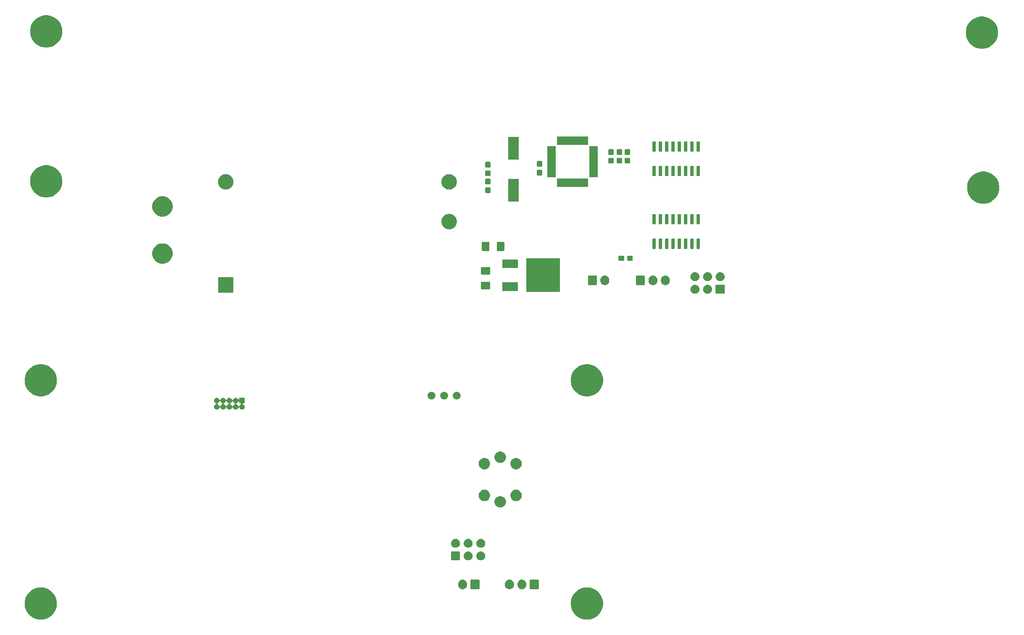
<source format=gbr>
G04 #@! TF.GenerationSoftware,KiCad,Pcbnew,(5.1.4)-1*
G04 #@! TF.CreationDate,2019-10-18T18:31:52+09:00*
G04 #@! TF.ProjectId,AirCleaner,41697243-6c65-4616-9e65-722e6b696361,rev?*
G04 #@! TF.SameCoordinates,Original*
G04 #@! TF.FileFunction,Soldermask,Bot*
G04 #@! TF.FilePolarity,Negative*
%FSLAX46Y46*%
G04 Gerber Fmt 4.6, Leading zero omitted, Abs format (unit mm)*
G04 Created by KiCad (PCBNEW (5.1.4)-1) date 2019-10-18 18:31:52*
%MOMM*%
%LPD*%
G04 APERTURE LIST*
%ADD10C,0.100000*%
G04 APERTURE END LIST*
D10*
G36*
X115634239Y-121811467D02*
G01*
X115948282Y-121873934D01*
X116539926Y-122119001D01*
X117072392Y-122474784D01*
X117525216Y-122927608D01*
X117880999Y-123460074D01*
X118126066Y-124051718D01*
X118126066Y-124051719D01*
X118251000Y-124679803D01*
X118251000Y-125320197D01*
X118188533Y-125634239D01*
X118126066Y-125948282D01*
X117880999Y-126539926D01*
X117525216Y-127072392D01*
X117072392Y-127525216D01*
X116539926Y-127880999D01*
X115948282Y-128126066D01*
X115634239Y-128188533D01*
X115320197Y-128251000D01*
X114679803Y-128251000D01*
X114365761Y-128188533D01*
X114051718Y-128126066D01*
X113460074Y-127880999D01*
X112927608Y-127525216D01*
X112474784Y-127072392D01*
X112119001Y-126539926D01*
X111873934Y-125948282D01*
X111811467Y-125634239D01*
X111749000Y-125320197D01*
X111749000Y-124679803D01*
X111873934Y-124051719D01*
X111873934Y-124051718D01*
X112119001Y-123460074D01*
X112474784Y-122927608D01*
X112927608Y-122474784D01*
X113460074Y-122119001D01*
X114051718Y-121873934D01*
X114365761Y-121811467D01*
X114679803Y-121749000D01*
X115320197Y-121749000D01*
X115634239Y-121811467D01*
X115634239Y-121811467D01*
G37*
G36*
X5634239Y-121811467D02*
G01*
X5948282Y-121873934D01*
X6539926Y-122119001D01*
X7072392Y-122474784D01*
X7525216Y-122927608D01*
X7880999Y-123460074D01*
X8126066Y-124051718D01*
X8126066Y-124051719D01*
X8251000Y-124679803D01*
X8251000Y-125320197D01*
X8188533Y-125634239D01*
X8126066Y-125948282D01*
X7880999Y-126539926D01*
X7525216Y-127072392D01*
X7072392Y-127525216D01*
X6539926Y-127880999D01*
X5948282Y-128126066D01*
X5634239Y-128188533D01*
X5320197Y-128251000D01*
X4679803Y-128251000D01*
X4365761Y-128188533D01*
X4051718Y-128126066D01*
X3460074Y-127880999D01*
X2927608Y-127525216D01*
X2474784Y-127072392D01*
X2119001Y-126539926D01*
X1873934Y-125948282D01*
X1811467Y-125634239D01*
X1749000Y-125320197D01*
X1749000Y-124679803D01*
X1873934Y-124051719D01*
X1873934Y-124051718D01*
X2119001Y-123460074D01*
X2474784Y-122927608D01*
X2927608Y-122474784D01*
X3460074Y-122119001D01*
X4051718Y-121873934D01*
X4365761Y-121811467D01*
X4679803Y-121749000D01*
X5320197Y-121749000D01*
X5634239Y-121811467D01*
X5634239Y-121811467D01*
G37*
G36*
X99570627Y-120195037D02*
G01*
X99740466Y-120246557D01*
X99896991Y-120330222D01*
X99932729Y-120359552D01*
X100034186Y-120442814D01*
X100117448Y-120544271D01*
X100146778Y-120580009D01*
X100230443Y-120736535D01*
X100281963Y-120906374D01*
X100295000Y-121038743D01*
X100295000Y-121277258D01*
X100281963Y-121409627D01*
X100230443Y-121579466D01*
X100146778Y-121735991D01*
X100117448Y-121771729D01*
X100034186Y-121873186D01*
X99896989Y-121985779D01*
X99740467Y-122069442D01*
X99740465Y-122069443D01*
X99570626Y-122120963D01*
X99394000Y-122138359D01*
X99217373Y-122120963D01*
X99047534Y-122069443D01*
X98891009Y-121985778D01*
X98848750Y-121951097D01*
X98753814Y-121873186D01*
X98641221Y-121735989D01*
X98557558Y-121579467D01*
X98557557Y-121579465D01*
X98506037Y-121409626D01*
X98493000Y-121277257D01*
X98493000Y-121038742D01*
X98506037Y-120906373D01*
X98557557Y-120736534D01*
X98641222Y-120580009D01*
X98685217Y-120526401D01*
X98753814Y-120442815D01*
X98848751Y-120364903D01*
X98891010Y-120330222D01*
X99047535Y-120246557D01*
X99217374Y-120195037D01*
X99394000Y-120177641D01*
X99570627Y-120195037D01*
X99570627Y-120195037D01*
G37*
G36*
X90132627Y-120195037D02*
G01*
X90302466Y-120246557D01*
X90458991Y-120330222D01*
X90494729Y-120359552D01*
X90596186Y-120442814D01*
X90679448Y-120544271D01*
X90708778Y-120580009D01*
X90792443Y-120736535D01*
X90843963Y-120906374D01*
X90857000Y-121038743D01*
X90857000Y-121277258D01*
X90843963Y-121409627D01*
X90792443Y-121579466D01*
X90708778Y-121735991D01*
X90679448Y-121771729D01*
X90596186Y-121873186D01*
X90458989Y-121985779D01*
X90302467Y-122069442D01*
X90302465Y-122069443D01*
X90132626Y-122120963D01*
X89956000Y-122138359D01*
X89779373Y-122120963D01*
X89609534Y-122069443D01*
X89453009Y-121985778D01*
X89410750Y-121951097D01*
X89315814Y-121873186D01*
X89203221Y-121735989D01*
X89119558Y-121579467D01*
X89119557Y-121579465D01*
X89068037Y-121409626D01*
X89055000Y-121277257D01*
X89055000Y-121038742D01*
X89068037Y-120906373D01*
X89119557Y-120736534D01*
X89203222Y-120580009D01*
X89247217Y-120526401D01*
X89315814Y-120442815D01*
X89410751Y-120364903D01*
X89453010Y-120330222D01*
X89609535Y-120246557D01*
X89779374Y-120195037D01*
X89956000Y-120177641D01*
X90132627Y-120195037D01*
X90132627Y-120195037D01*
G37*
G36*
X102070627Y-120195037D02*
G01*
X102240466Y-120246557D01*
X102396991Y-120330222D01*
X102432729Y-120359552D01*
X102534186Y-120442814D01*
X102617448Y-120544271D01*
X102646778Y-120580009D01*
X102730443Y-120736535D01*
X102781963Y-120906374D01*
X102795000Y-121038743D01*
X102795000Y-121277258D01*
X102781963Y-121409627D01*
X102730443Y-121579466D01*
X102646778Y-121735991D01*
X102617448Y-121771729D01*
X102534186Y-121873186D01*
X102396989Y-121985779D01*
X102240467Y-122069442D01*
X102240465Y-122069443D01*
X102070626Y-122120963D01*
X101894000Y-122138359D01*
X101717373Y-122120963D01*
X101547534Y-122069443D01*
X101391009Y-121985778D01*
X101348750Y-121951097D01*
X101253814Y-121873186D01*
X101141221Y-121735989D01*
X101057558Y-121579467D01*
X101057557Y-121579465D01*
X101006037Y-121409626D01*
X100993000Y-121277257D01*
X100993000Y-121038742D01*
X101006037Y-120906373D01*
X101057557Y-120736534D01*
X101141222Y-120580009D01*
X101185217Y-120526401D01*
X101253814Y-120442815D01*
X101348751Y-120364903D01*
X101391010Y-120330222D01*
X101547535Y-120246557D01*
X101717374Y-120195037D01*
X101894000Y-120177641D01*
X102070627Y-120195037D01*
X102070627Y-120195037D01*
G37*
G36*
X93214600Y-120185989D02*
G01*
X93247652Y-120196015D01*
X93278103Y-120212292D01*
X93304799Y-120234201D01*
X93326708Y-120260897D01*
X93342985Y-120291348D01*
X93353011Y-120324400D01*
X93357000Y-120364903D01*
X93357000Y-121951097D01*
X93353011Y-121991600D01*
X93342985Y-122024652D01*
X93326708Y-122055103D01*
X93304799Y-122081799D01*
X93278103Y-122103708D01*
X93247652Y-122119985D01*
X93214600Y-122130011D01*
X93174097Y-122134000D01*
X91737903Y-122134000D01*
X91697400Y-122130011D01*
X91664348Y-122119985D01*
X91633897Y-122103708D01*
X91607201Y-122081799D01*
X91585292Y-122055103D01*
X91569015Y-122024652D01*
X91558989Y-121991600D01*
X91555000Y-121951097D01*
X91555000Y-120364903D01*
X91558989Y-120324400D01*
X91569015Y-120291348D01*
X91585292Y-120260897D01*
X91607201Y-120234201D01*
X91633897Y-120212292D01*
X91664348Y-120196015D01*
X91697400Y-120185989D01*
X91737903Y-120182000D01*
X93174097Y-120182000D01*
X93214600Y-120185989D01*
X93214600Y-120185989D01*
G37*
G36*
X105152600Y-120185989D02*
G01*
X105185652Y-120196015D01*
X105216103Y-120212292D01*
X105242799Y-120234201D01*
X105264708Y-120260897D01*
X105280985Y-120291348D01*
X105291011Y-120324400D01*
X105295000Y-120364903D01*
X105295000Y-121951097D01*
X105291011Y-121991600D01*
X105280985Y-122024652D01*
X105264708Y-122055103D01*
X105242799Y-122081799D01*
X105216103Y-122103708D01*
X105185652Y-122119985D01*
X105152600Y-122130011D01*
X105112097Y-122134000D01*
X103675903Y-122134000D01*
X103635400Y-122130011D01*
X103602348Y-122119985D01*
X103571897Y-122103708D01*
X103545201Y-122081799D01*
X103523292Y-122055103D01*
X103507015Y-122024652D01*
X103496989Y-121991600D01*
X103493000Y-121951097D01*
X103493000Y-120364903D01*
X103496989Y-120324400D01*
X103507015Y-120291348D01*
X103523292Y-120260897D01*
X103545201Y-120234201D01*
X103571897Y-120212292D01*
X103602348Y-120196015D01*
X103635400Y-120185989D01*
X103675903Y-120182000D01*
X105112097Y-120182000D01*
X105152600Y-120185989D01*
X105152600Y-120185989D01*
G37*
G36*
X93740443Y-114505519D02*
G01*
X93806627Y-114512037D01*
X93976466Y-114563557D01*
X94132991Y-114647222D01*
X94168729Y-114676552D01*
X94270186Y-114759814D01*
X94353448Y-114861271D01*
X94382778Y-114897009D01*
X94466443Y-115053534D01*
X94517963Y-115223373D01*
X94535359Y-115400000D01*
X94517963Y-115576627D01*
X94466443Y-115746466D01*
X94382778Y-115902991D01*
X94353448Y-115938729D01*
X94270186Y-116040186D01*
X94168729Y-116123448D01*
X94132991Y-116152778D01*
X93976466Y-116236443D01*
X93806627Y-116287963D01*
X93740442Y-116294482D01*
X93674260Y-116301000D01*
X93585740Y-116301000D01*
X93519558Y-116294482D01*
X93453373Y-116287963D01*
X93283534Y-116236443D01*
X93127009Y-116152778D01*
X93091271Y-116123448D01*
X92989814Y-116040186D01*
X92906552Y-115938729D01*
X92877222Y-115902991D01*
X92793557Y-115746466D01*
X92742037Y-115576627D01*
X92724641Y-115400000D01*
X92742037Y-115223373D01*
X92793557Y-115053534D01*
X92877222Y-114897009D01*
X92906552Y-114861271D01*
X92989814Y-114759814D01*
X93091271Y-114676552D01*
X93127009Y-114647222D01*
X93283534Y-114563557D01*
X93453373Y-114512037D01*
X93519557Y-114505519D01*
X93585740Y-114499000D01*
X93674260Y-114499000D01*
X93740443Y-114505519D01*
X93740443Y-114505519D01*
G37*
G36*
X91200443Y-114505519D02*
G01*
X91266627Y-114512037D01*
X91436466Y-114563557D01*
X91592991Y-114647222D01*
X91628729Y-114676552D01*
X91730186Y-114759814D01*
X91813448Y-114861271D01*
X91842778Y-114897009D01*
X91926443Y-115053534D01*
X91977963Y-115223373D01*
X91995359Y-115400000D01*
X91977963Y-115576627D01*
X91926443Y-115746466D01*
X91842778Y-115902991D01*
X91813448Y-115938729D01*
X91730186Y-116040186D01*
X91628729Y-116123448D01*
X91592991Y-116152778D01*
X91436466Y-116236443D01*
X91266627Y-116287963D01*
X91200442Y-116294482D01*
X91134260Y-116301000D01*
X91045740Y-116301000D01*
X90979558Y-116294482D01*
X90913373Y-116287963D01*
X90743534Y-116236443D01*
X90587009Y-116152778D01*
X90551271Y-116123448D01*
X90449814Y-116040186D01*
X90366552Y-115938729D01*
X90337222Y-115902991D01*
X90253557Y-115746466D01*
X90202037Y-115576627D01*
X90184641Y-115400000D01*
X90202037Y-115223373D01*
X90253557Y-115053534D01*
X90337222Y-114897009D01*
X90366552Y-114861271D01*
X90449814Y-114759814D01*
X90551271Y-114676552D01*
X90587009Y-114647222D01*
X90743534Y-114563557D01*
X90913373Y-114512037D01*
X90979557Y-114505519D01*
X91045740Y-114499000D01*
X91134260Y-114499000D01*
X91200443Y-114505519D01*
X91200443Y-114505519D01*
G37*
G36*
X89451000Y-116301000D02*
G01*
X87649000Y-116301000D01*
X87649000Y-114499000D01*
X89451000Y-114499000D01*
X89451000Y-116301000D01*
X89451000Y-116301000D01*
G37*
G36*
X93740442Y-111965518D02*
G01*
X93806627Y-111972037D01*
X93976466Y-112023557D01*
X94132991Y-112107222D01*
X94168729Y-112136552D01*
X94270186Y-112219814D01*
X94353448Y-112321271D01*
X94382778Y-112357009D01*
X94466443Y-112513534D01*
X94517963Y-112683373D01*
X94535359Y-112860000D01*
X94517963Y-113036627D01*
X94466443Y-113206466D01*
X94382778Y-113362991D01*
X94353448Y-113398729D01*
X94270186Y-113500186D01*
X94168729Y-113583448D01*
X94132991Y-113612778D01*
X93976466Y-113696443D01*
X93806627Y-113747963D01*
X93740443Y-113754481D01*
X93674260Y-113761000D01*
X93585740Y-113761000D01*
X93519557Y-113754481D01*
X93453373Y-113747963D01*
X93283534Y-113696443D01*
X93127009Y-113612778D01*
X93091271Y-113583448D01*
X92989814Y-113500186D01*
X92906552Y-113398729D01*
X92877222Y-113362991D01*
X92793557Y-113206466D01*
X92742037Y-113036627D01*
X92724641Y-112860000D01*
X92742037Y-112683373D01*
X92793557Y-112513534D01*
X92877222Y-112357009D01*
X92906552Y-112321271D01*
X92989814Y-112219814D01*
X93091271Y-112136552D01*
X93127009Y-112107222D01*
X93283534Y-112023557D01*
X93453373Y-111972037D01*
X93519558Y-111965518D01*
X93585740Y-111959000D01*
X93674260Y-111959000D01*
X93740442Y-111965518D01*
X93740442Y-111965518D01*
G37*
G36*
X88660442Y-111965518D02*
G01*
X88726627Y-111972037D01*
X88896466Y-112023557D01*
X89052991Y-112107222D01*
X89088729Y-112136552D01*
X89190186Y-112219814D01*
X89273448Y-112321271D01*
X89302778Y-112357009D01*
X89386443Y-112513534D01*
X89437963Y-112683373D01*
X89455359Y-112860000D01*
X89437963Y-113036627D01*
X89386443Y-113206466D01*
X89302778Y-113362991D01*
X89273448Y-113398729D01*
X89190186Y-113500186D01*
X89088729Y-113583448D01*
X89052991Y-113612778D01*
X88896466Y-113696443D01*
X88726627Y-113747963D01*
X88660443Y-113754481D01*
X88594260Y-113761000D01*
X88505740Y-113761000D01*
X88439557Y-113754481D01*
X88373373Y-113747963D01*
X88203534Y-113696443D01*
X88047009Y-113612778D01*
X88011271Y-113583448D01*
X87909814Y-113500186D01*
X87826552Y-113398729D01*
X87797222Y-113362991D01*
X87713557Y-113206466D01*
X87662037Y-113036627D01*
X87644641Y-112860000D01*
X87662037Y-112683373D01*
X87713557Y-112513534D01*
X87797222Y-112357009D01*
X87826552Y-112321271D01*
X87909814Y-112219814D01*
X88011271Y-112136552D01*
X88047009Y-112107222D01*
X88203534Y-112023557D01*
X88373373Y-111972037D01*
X88439558Y-111965518D01*
X88505740Y-111959000D01*
X88594260Y-111959000D01*
X88660442Y-111965518D01*
X88660442Y-111965518D01*
G37*
G36*
X91200442Y-111965518D02*
G01*
X91266627Y-111972037D01*
X91436466Y-112023557D01*
X91592991Y-112107222D01*
X91628729Y-112136552D01*
X91730186Y-112219814D01*
X91813448Y-112321271D01*
X91842778Y-112357009D01*
X91926443Y-112513534D01*
X91977963Y-112683373D01*
X91995359Y-112860000D01*
X91977963Y-113036627D01*
X91926443Y-113206466D01*
X91842778Y-113362991D01*
X91813448Y-113398729D01*
X91730186Y-113500186D01*
X91628729Y-113583448D01*
X91592991Y-113612778D01*
X91436466Y-113696443D01*
X91266627Y-113747963D01*
X91200443Y-113754481D01*
X91134260Y-113761000D01*
X91045740Y-113761000D01*
X90979557Y-113754481D01*
X90913373Y-113747963D01*
X90743534Y-113696443D01*
X90587009Y-113612778D01*
X90551271Y-113583448D01*
X90449814Y-113500186D01*
X90366552Y-113398729D01*
X90337222Y-113362991D01*
X90253557Y-113206466D01*
X90202037Y-113036627D01*
X90184641Y-112860000D01*
X90202037Y-112683373D01*
X90253557Y-112513534D01*
X90337222Y-112357009D01*
X90366552Y-112321271D01*
X90449814Y-112219814D01*
X90551271Y-112136552D01*
X90587009Y-112107222D01*
X90743534Y-112023557D01*
X90913373Y-111972037D01*
X90979558Y-111965518D01*
X91045740Y-111959000D01*
X91134260Y-111959000D01*
X91200442Y-111965518D01*
X91200442Y-111965518D01*
G37*
G36*
X97764549Y-103371116D02*
G01*
X97875734Y-103393232D01*
X98085203Y-103479997D01*
X98273720Y-103605960D01*
X98434040Y-103766280D01*
X98560003Y-103954797D01*
X98646768Y-104164266D01*
X98691000Y-104386636D01*
X98691000Y-104613364D01*
X98646768Y-104835734D01*
X98560003Y-105045203D01*
X98434040Y-105233720D01*
X98273720Y-105394040D01*
X98085203Y-105520003D01*
X97875734Y-105606768D01*
X97764549Y-105628884D01*
X97653365Y-105651000D01*
X97426635Y-105651000D01*
X97315451Y-105628884D01*
X97204266Y-105606768D01*
X96994797Y-105520003D01*
X96806280Y-105394040D01*
X96645960Y-105233720D01*
X96519997Y-105045203D01*
X96433232Y-104835734D01*
X96389000Y-104613364D01*
X96389000Y-104386636D01*
X96433232Y-104164266D01*
X96519997Y-103954797D01*
X96645960Y-103766280D01*
X96806280Y-103605960D01*
X96994797Y-103479997D01*
X97204266Y-103393232D01*
X97315451Y-103371116D01*
X97426635Y-103349000D01*
X97653365Y-103349000D01*
X97764549Y-103371116D01*
X97764549Y-103371116D01*
G37*
G36*
X94564549Y-102071116D02*
G01*
X94675734Y-102093232D01*
X94885203Y-102179997D01*
X95073720Y-102305960D01*
X95234040Y-102466280D01*
X95360003Y-102654797D01*
X95446768Y-102864266D01*
X95491000Y-103086636D01*
X95491000Y-103313364D01*
X95446768Y-103535734D01*
X95360003Y-103745203D01*
X95234040Y-103933720D01*
X95073720Y-104094040D01*
X94885203Y-104220003D01*
X94675734Y-104306768D01*
X94564549Y-104328884D01*
X94453365Y-104351000D01*
X94226635Y-104351000D01*
X94115451Y-104328884D01*
X94004266Y-104306768D01*
X93794797Y-104220003D01*
X93606280Y-104094040D01*
X93445960Y-103933720D01*
X93319997Y-103745203D01*
X93233232Y-103535734D01*
X93189000Y-103313364D01*
X93189000Y-103086636D01*
X93233232Y-102864266D01*
X93319997Y-102654797D01*
X93445960Y-102466280D01*
X93606280Y-102305960D01*
X93794797Y-102179997D01*
X94004266Y-102093232D01*
X94115451Y-102071116D01*
X94226635Y-102049000D01*
X94453365Y-102049000D01*
X94564549Y-102071116D01*
X94564549Y-102071116D01*
G37*
G36*
X100964549Y-102071116D02*
G01*
X101075734Y-102093232D01*
X101285203Y-102179997D01*
X101473720Y-102305960D01*
X101634040Y-102466280D01*
X101760003Y-102654797D01*
X101846768Y-102864266D01*
X101891000Y-103086636D01*
X101891000Y-103313364D01*
X101846768Y-103535734D01*
X101760003Y-103745203D01*
X101634040Y-103933720D01*
X101473720Y-104094040D01*
X101285203Y-104220003D01*
X101075734Y-104306768D01*
X100964549Y-104328884D01*
X100853365Y-104351000D01*
X100626635Y-104351000D01*
X100515451Y-104328884D01*
X100404266Y-104306768D01*
X100194797Y-104220003D01*
X100006280Y-104094040D01*
X99845960Y-103933720D01*
X99719997Y-103745203D01*
X99633232Y-103535734D01*
X99589000Y-103313364D01*
X99589000Y-103086636D01*
X99633232Y-102864266D01*
X99719997Y-102654797D01*
X99845960Y-102466280D01*
X100006280Y-102305960D01*
X100194797Y-102179997D01*
X100404266Y-102093232D01*
X100515451Y-102071116D01*
X100626635Y-102049000D01*
X100853365Y-102049000D01*
X100964549Y-102071116D01*
X100964549Y-102071116D01*
G37*
G36*
X94564549Y-95671116D02*
G01*
X94675734Y-95693232D01*
X94885203Y-95779997D01*
X95073720Y-95905960D01*
X95234040Y-96066280D01*
X95360003Y-96254797D01*
X95446768Y-96464266D01*
X95491000Y-96686636D01*
X95491000Y-96913364D01*
X95446768Y-97135734D01*
X95360003Y-97345203D01*
X95234040Y-97533720D01*
X95073720Y-97694040D01*
X94885203Y-97820003D01*
X94675734Y-97906768D01*
X94564549Y-97928884D01*
X94453365Y-97951000D01*
X94226635Y-97951000D01*
X94115451Y-97928884D01*
X94004266Y-97906768D01*
X93794797Y-97820003D01*
X93606280Y-97694040D01*
X93445960Y-97533720D01*
X93319997Y-97345203D01*
X93233232Y-97135734D01*
X93189000Y-96913364D01*
X93189000Y-96686636D01*
X93233232Y-96464266D01*
X93319997Y-96254797D01*
X93445960Y-96066280D01*
X93606280Y-95905960D01*
X93794797Y-95779997D01*
X94004266Y-95693232D01*
X94115451Y-95671116D01*
X94226635Y-95649000D01*
X94453365Y-95649000D01*
X94564549Y-95671116D01*
X94564549Y-95671116D01*
G37*
G36*
X100964549Y-95671116D02*
G01*
X101075734Y-95693232D01*
X101285203Y-95779997D01*
X101473720Y-95905960D01*
X101634040Y-96066280D01*
X101760003Y-96254797D01*
X101846768Y-96464266D01*
X101891000Y-96686636D01*
X101891000Y-96913364D01*
X101846768Y-97135734D01*
X101760003Y-97345203D01*
X101634040Y-97533720D01*
X101473720Y-97694040D01*
X101285203Y-97820003D01*
X101075734Y-97906768D01*
X100964549Y-97928884D01*
X100853365Y-97951000D01*
X100626635Y-97951000D01*
X100515451Y-97928884D01*
X100404266Y-97906768D01*
X100194797Y-97820003D01*
X100006280Y-97694040D01*
X99845960Y-97533720D01*
X99719997Y-97345203D01*
X99633232Y-97135734D01*
X99589000Y-96913364D01*
X99589000Y-96686636D01*
X99633232Y-96464266D01*
X99719997Y-96254797D01*
X99845960Y-96066280D01*
X100006280Y-95905960D01*
X100194797Y-95779997D01*
X100404266Y-95693232D01*
X100515451Y-95671116D01*
X100626635Y-95649000D01*
X100853365Y-95649000D01*
X100964549Y-95671116D01*
X100964549Y-95671116D01*
G37*
G36*
X97764549Y-94371116D02*
G01*
X97875734Y-94393232D01*
X98085203Y-94479997D01*
X98273720Y-94605960D01*
X98434040Y-94766280D01*
X98560003Y-94954797D01*
X98646768Y-95164266D01*
X98691000Y-95386636D01*
X98691000Y-95613364D01*
X98646768Y-95835734D01*
X98560003Y-96045203D01*
X98434040Y-96233720D01*
X98273720Y-96394040D01*
X98085203Y-96520003D01*
X97875734Y-96606768D01*
X97764549Y-96628884D01*
X97653365Y-96651000D01*
X97426635Y-96651000D01*
X97315451Y-96628884D01*
X97204266Y-96606768D01*
X96994797Y-96520003D01*
X96806280Y-96394040D01*
X96645960Y-96233720D01*
X96519997Y-96045203D01*
X96433232Y-95835734D01*
X96389000Y-95613364D01*
X96389000Y-95386636D01*
X96433232Y-95164266D01*
X96519997Y-94954797D01*
X96645960Y-94766280D01*
X96806280Y-94605960D01*
X96994797Y-94479997D01*
X97204266Y-94393232D01*
X97315451Y-94371116D01*
X97426635Y-94349000D01*
X97653365Y-94349000D01*
X97764549Y-94371116D01*
X97764549Y-94371116D01*
G37*
G36*
X40568015Y-83526973D02*
G01*
X40671879Y-83558479D01*
X40699055Y-83573005D01*
X40767600Y-83609643D01*
X40851501Y-83678499D01*
X40920357Y-83762400D01*
X40931662Y-83783551D01*
X40971521Y-83858121D01*
X40975388Y-83870869D01*
X40984760Y-83893496D01*
X40998374Y-83913870D01*
X41015701Y-83931197D01*
X41036075Y-83944811D01*
X41058714Y-83954188D01*
X41082747Y-83958969D01*
X41107251Y-83958969D01*
X41131285Y-83954189D01*
X41153924Y-83944812D01*
X41174298Y-83931198D01*
X41191625Y-83913871D01*
X41205239Y-83893497D01*
X41214612Y-83870869D01*
X41218479Y-83858121D01*
X41258338Y-83783551D01*
X41269643Y-83762400D01*
X41338499Y-83678499D01*
X41422400Y-83609643D01*
X41490945Y-83573005D01*
X41518121Y-83558479D01*
X41621985Y-83526973D01*
X41702933Y-83519000D01*
X41757067Y-83519000D01*
X41838015Y-83526973D01*
X41941879Y-83558479D01*
X41969055Y-83573005D01*
X42037600Y-83609643D01*
X42121501Y-83678499D01*
X42190357Y-83762400D01*
X42201662Y-83783551D01*
X42241521Y-83858121D01*
X42245388Y-83870869D01*
X42254760Y-83893496D01*
X42268374Y-83913870D01*
X42285701Y-83931197D01*
X42306075Y-83944811D01*
X42328714Y-83954188D01*
X42352747Y-83958969D01*
X42377251Y-83958969D01*
X42401285Y-83954189D01*
X42423924Y-83944812D01*
X42444298Y-83931198D01*
X42461625Y-83913871D01*
X42475239Y-83893497D01*
X42484612Y-83870869D01*
X42488479Y-83858121D01*
X42528338Y-83783551D01*
X42539643Y-83762400D01*
X42608499Y-83678499D01*
X42692400Y-83609643D01*
X42760945Y-83573005D01*
X42788121Y-83558479D01*
X42891985Y-83526973D01*
X42972933Y-83519000D01*
X43027067Y-83519000D01*
X43108015Y-83526973D01*
X43211879Y-83558479D01*
X43239055Y-83573005D01*
X43307600Y-83609643D01*
X43391501Y-83678499D01*
X43460357Y-83762400D01*
X43471662Y-83783551D01*
X43511521Y-83858121D01*
X43515388Y-83870869D01*
X43524760Y-83893496D01*
X43538374Y-83913870D01*
X43555701Y-83931197D01*
X43576075Y-83944811D01*
X43598714Y-83954188D01*
X43622747Y-83958969D01*
X43647251Y-83958969D01*
X43671285Y-83954189D01*
X43693924Y-83944812D01*
X43714298Y-83931198D01*
X43731625Y-83913871D01*
X43745239Y-83893497D01*
X43754612Y-83870869D01*
X43758479Y-83858121D01*
X43798338Y-83783551D01*
X43809643Y-83762400D01*
X43878499Y-83678499D01*
X43962400Y-83609643D01*
X44030945Y-83573005D01*
X44058121Y-83558479D01*
X44161985Y-83526973D01*
X44242933Y-83519000D01*
X44297067Y-83519000D01*
X44378015Y-83526973D01*
X44481879Y-83558479D01*
X44509055Y-83573005D01*
X44577600Y-83609643D01*
X44661501Y-83678499D01*
X44730356Y-83762400D01*
X44753764Y-83806193D01*
X44767375Y-83826563D01*
X44784702Y-83843890D01*
X44805076Y-83857504D01*
X44827715Y-83866881D01*
X44851748Y-83871662D01*
X44876252Y-83871662D01*
X44900286Y-83866882D01*
X44922924Y-83857505D01*
X44943299Y-83843891D01*
X44960626Y-83826564D01*
X44974240Y-83806190D01*
X44983617Y-83783551D01*
X44988398Y-83759518D01*
X44989000Y-83747265D01*
X44989000Y-83519000D01*
X46091000Y-83519000D01*
X46091000Y-84621000D01*
X45862735Y-84621000D01*
X45838349Y-84623402D01*
X45814900Y-84630515D01*
X45793289Y-84642066D01*
X45774347Y-84657611D01*
X45758802Y-84676553D01*
X45747251Y-84698164D01*
X45740138Y-84721613D01*
X45737736Y-84745999D01*
X45740138Y-84770385D01*
X45747251Y-84793834D01*
X45758802Y-84815445D01*
X45774347Y-84834387D01*
X45793289Y-84849932D01*
X45803802Y-84856233D01*
X45847600Y-84879644D01*
X45847602Y-84879645D01*
X45847601Y-84879645D01*
X45931501Y-84948499D01*
X46000357Y-85032400D01*
X46036995Y-85100945D01*
X46051521Y-85128121D01*
X46083027Y-85231985D01*
X46093666Y-85340000D01*
X46083027Y-85448015D01*
X46051521Y-85551879D01*
X46051519Y-85551882D01*
X46000357Y-85647600D01*
X45931501Y-85731501D01*
X45847600Y-85800357D01*
X45779055Y-85836995D01*
X45751879Y-85851521D01*
X45648015Y-85883027D01*
X45567067Y-85891000D01*
X45512933Y-85891000D01*
X45431985Y-85883027D01*
X45328121Y-85851521D01*
X45300945Y-85836995D01*
X45232400Y-85800357D01*
X45148499Y-85731501D01*
X45079643Y-85647600D01*
X45028481Y-85551882D01*
X45028479Y-85551879D01*
X45024612Y-85539131D01*
X45015240Y-85516504D01*
X45001626Y-85496130D01*
X44984299Y-85478803D01*
X44963925Y-85465189D01*
X44941286Y-85455812D01*
X44917253Y-85451031D01*
X44892749Y-85451031D01*
X44868715Y-85455811D01*
X44846076Y-85465188D01*
X44825702Y-85478802D01*
X44808375Y-85496129D01*
X44794761Y-85516503D01*
X44785388Y-85539131D01*
X44781521Y-85551879D01*
X44781519Y-85551882D01*
X44730357Y-85647600D01*
X44661501Y-85731501D01*
X44577600Y-85800357D01*
X44509055Y-85836995D01*
X44481879Y-85851521D01*
X44378015Y-85883027D01*
X44297067Y-85891000D01*
X44242933Y-85891000D01*
X44161985Y-85883027D01*
X44058121Y-85851521D01*
X44030945Y-85836995D01*
X43962400Y-85800357D01*
X43878499Y-85731501D01*
X43809643Y-85647600D01*
X43758481Y-85551882D01*
X43758479Y-85551879D01*
X43754612Y-85539131D01*
X43745240Y-85516504D01*
X43731626Y-85496130D01*
X43714299Y-85478803D01*
X43693925Y-85465189D01*
X43671286Y-85455812D01*
X43647253Y-85451031D01*
X43622749Y-85451031D01*
X43598715Y-85455811D01*
X43576076Y-85465188D01*
X43555702Y-85478802D01*
X43538375Y-85496129D01*
X43524761Y-85516503D01*
X43515388Y-85539131D01*
X43511521Y-85551879D01*
X43511519Y-85551882D01*
X43460357Y-85647600D01*
X43391501Y-85731501D01*
X43307600Y-85800357D01*
X43239055Y-85836995D01*
X43211879Y-85851521D01*
X43108015Y-85883027D01*
X43027067Y-85891000D01*
X42972933Y-85891000D01*
X42891985Y-85883027D01*
X42788121Y-85851521D01*
X42760945Y-85836995D01*
X42692400Y-85800357D01*
X42608499Y-85731501D01*
X42539643Y-85647600D01*
X42488481Y-85551882D01*
X42488479Y-85551879D01*
X42484612Y-85539131D01*
X42475240Y-85516504D01*
X42461626Y-85496130D01*
X42444299Y-85478803D01*
X42423925Y-85465189D01*
X42401286Y-85455812D01*
X42377253Y-85451031D01*
X42352749Y-85451031D01*
X42328715Y-85455811D01*
X42306076Y-85465188D01*
X42285702Y-85478802D01*
X42268375Y-85496129D01*
X42254761Y-85516503D01*
X42245388Y-85539131D01*
X42241521Y-85551879D01*
X42241519Y-85551882D01*
X42190357Y-85647600D01*
X42121501Y-85731501D01*
X42037600Y-85800357D01*
X41969055Y-85836995D01*
X41941879Y-85851521D01*
X41838015Y-85883027D01*
X41757067Y-85891000D01*
X41702933Y-85891000D01*
X41621985Y-85883027D01*
X41518121Y-85851521D01*
X41490945Y-85836995D01*
X41422400Y-85800357D01*
X41338499Y-85731501D01*
X41269643Y-85647600D01*
X41218481Y-85551882D01*
X41218479Y-85551879D01*
X41214612Y-85539131D01*
X41205240Y-85516504D01*
X41191626Y-85496130D01*
X41174299Y-85478803D01*
X41153925Y-85465189D01*
X41131286Y-85455812D01*
X41107253Y-85451031D01*
X41082749Y-85451031D01*
X41058715Y-85455811D01*
X41036076Y-85465188D01*
X41015702Y-85478802D01*
X40998375Y-85496129D01*
X40984761Y-85516503D01*
X40975388Y-85539131D01*
X40971521Y-85551879D01*
X40971519Y-85551882D01*
X40920357Y-85647600D01*
X40851501Y-85731501D01*
X40767600Y-85800357D01*
X40699055Y-85836995D01*
X40671879Y-85851521D01*
X40568015Y-85883027D01*
X40487067Y-85891000D01*
X40432933Y-85891000D01*
X40351985Y-85883027D01*
X40248121Y-85851521D01*
X40220945Y-85836995D01*
X40152400Y-85800357D01*
X40068499Y-85731501D01*
X39999643Y-85647600D01*
X39948481Y-85551882D01*
X39948479Y-85551879D01*
X39916973Y-85448015D01*
X39906334Y-85340000D01*
X39916973Y-85231985D01*
X39948479Y-85128121D01*
X39963005Y-85100945D01*
X39999643Y-85032400D01*
X40068499Y-84948499D01*
X40152400Y-84879643D01*
X40221656Y-84842625D01*
X40248121Y-84828479D01*
X40260869Y-84824612D01*
X40283496Y-84815240D01*
X40303870Y-84801626D01*
X40321197Y-84784299D01*
X40334811Y-84763925D01*
X40344188Y-84741286D01*
X40348969Y-84717253D01*
X40348969Y-84692749D01*
X40348969Y-84692747D01*
X40571031Y-84692747D01*
X40571031Y-84717251D01*
X40575811Y-84741285D01*
X40585188Y-84763924D01*
X40598802Y-84784298D01*
X40616129Y-84801625D01*
X40636503Y-84815239D01*
X40659131Y-84824612D01*
X40671879Y-84828479D01*
X40698344Y-84842625D01*
X40767600Y-84879643D01*
X40851501Y-84948499D01*
X40920357Y-85032400D01*
X40956995Y-85100945D01*
X40971521Y-85128121D01*
X40975388Y-85140869D01*
X40984760Y-85163496D01*
X40998374Y-85183870D01*
X41015701Y-85201197D01*
X41036075Y-85214811D01*
X41058714Y-85224188D01*
X41082747Y-85228969D01*
X41107251Y-85228969D01*
X41131285Y-85224189D01*
X41153924Y-85214812D01*
X41174298Y-85201198D01*
X41191625Y-85183871D01*
X41205239Y-85163497D01*
X41214612Y-85140869D01*
X41218479Y-85128121D01*
X41233005Y-85100945D01*
X41269643Y-85032400D01*
X41338499Y-84948499D01*
X41422400Y-84879643D01*
X41491656Y-84842625D01*
X41518121Y-84828479D01*
X41530869Y-84824612D01*
X41553496Y-84815240D01*
X41573870Y-84801626D01*
X41591197Y-84784299D01*
X41604811Y-84763925D01*
X41614188Y-84741286D01*
X41618969Y-84717253D01*
X41618969Y-84692749D01*
X41618969Y-84692747D01*
X41841031Y-84692747D01*
X41841031Y-84717251D01*
X41845811Y-84741285D01*
X41855188Y-84763924D01*
X41868802Y-84784298D01*
X41886129Y-84801625D01*
X41906503Y-84815239D01*
X41929131Y-84824612D01*
X41941879Y-84828479D01*
X41968344Y-84842625D01*
X42037600Y-84879643D01*
X42121501Y-84948499D01*
X42190357Y-85032400D01*
X42226995Y-85100945D01*
X42241521Y-85128121D01*
X42245388Y-85140869D01*
X42254760Y-85163496D01*
X42268374Y-85183870D01*
X42285701Y-85201197D01*
X42306075Y-85214811D01*
X42328714Y-85224188D01*
X42352747Y-85228969D01*
X42377251Y-85228969D01*
X42401285Y-85224189D01*
X42423924Y-85214812D01*
X42444298Y-85201198D01*
X42461625Y-85183871D01*
X42475239Y-85163497D01*
X42484612Y-85140869D01*
X42488479Y-85128121D01*
X42503005Y-85100945D01*
X42539643Y-85032400D01*
X42608499Y-84948499D01*
X42692400Y-84879643D01*
X42761656Y-84842625D01*
X42788121Y-84828479D01*
X42800869Y-84824612D01*
X42823496Y-84815240D01*
X42843870Y-84801626D01*
X42861197Y-84784299D01*
X42874811Y-84763925D01*
X42884188Y-84741286D01*
X42888969Y-84717253D01*
X42888969Y-84692749D01*
X42888969Y-84692747D01*
X43111031Y-84692747D01*
X43111031Y-84717251D01*
X43115811Y-84741285D01*
X43125188Y-84763924D01*
X43138802Y-84784298D01*
X43156129Y-84801625D01*
X43176503Y-84815239D01*
X43199131Y-84824612D01*
X43211879Y-84828479D01*
X43238344Y-84842625D01*
X43307600Y-84879643D01*
X43391501Y-84948499D01*
X43460357Y-85032400D01*
X43496995Y-85100945D01*
X43511521Y-85128121D01*
X43515388Y-85140869D01*
X43524760Y-85163496D01*
X43538374Y-85183870D01*
X43555701Y-85201197D01*
X43576075Y-85214811D01*
X43598714Y-85224188D01*
X43622747Y-85228969D01*
X43647251Y-85228969D01*
X43671285Y-85224189D01*
X43693924Y-85214812D01*
X43714298Y-85201198D01*
X43731625Y-85183871D01*
X43745239Y-85163497D01*
X43754612Y-85140869D01*
X43758479Y-85128121D01*
X43773005Y-85100945D01*
X43809643Y-85032400D01*
X43878499Y-84948499D01*
X43962400Y-84879643D01*
X44031656Y-84842625D01*
X44058121Y-84828479D01*
X44070869Y-84824612D01*
X44093496Y-84815240D01*
X44113870Y-84801626D01*
X44131197Y-84784299D01*
X44144811Y-84763925D01*
X44154188Y-84741286D01*
X44158969Y-84717253D01*
X44158969Y-84692749D01*
X44158969Y-84692747D01*
X44381031Y-84692747D01*
X44381031Y-84717251D01*
X44385811Y-84741285D01*
X44395188Y-84763924D01*
X44408802Y-84784298D01*
X44426129Y-84801625D01*
X44446503Y-84815239D01*
X44469131Y-84824612D01*
X44481879Y-84828479D01*
X44508344Y-84842625D01*
X44577600Y-84879643D01*
X44661501Y-84948499D01*
X44730357Y-85032400D01*
X44766995Y-85100945D01*
X44781521Y-85128121D01*
X44785388Y-85140869D01*
X44794760Y-85163496D01*
X44808374Y-85183870D01*
X44825701Y-85201197D01*
X44846075Y-85214811D01*
X44868714Y-85224188D01*
X44892747Y-85228969D01*
X44917251Y-85228969D01*
X44941285Y-85224189D01*
X44963924Y-85214812D01*
X44984298Y-85201198D01*
X45001625Y-85183871D01*
X45015239Y-85163497D01*
X45024612Y-85140869D01*
X45028479Y-85128121D01*
X45043005Y-85100945D01*
X45079643Y-85032400D01*
X45148499Y-84948499D01*
X45232399Y-84879645D01*
X45232398Y-84879645D01*
X45232400Y-84879644D01*
X45276193Y-84856236D01*
X45296563Y-84842625D01*
X45313890Y-84825298D01*
X45327504Y-84804924D01*
X45336881Y-84782285D01*
X45341662Y-84758252D01*
X45341662Y-84733748D01*
X45336882Y-84709714D01*
X45327505Y-84687076D01*
X45313891Y-84666701D01*
X45296564Y-84649374D01*
X45276190Y-84635760D01*
X45253551Y-84626383D01*
X45229518Y-84621602D01*
X45217265Y-84621000D01*
X44989000Y-84621000D01*
X44989000Y-84392735D01*
X44986598Y-84368349D01*
X44979485Y-84344900D01*
X44967934Y-84323289D01*
X44952389Y-84304347D01*
X44933447Y-84288802D01*
X44911836Y-84277251D01*
X44888387Y-84270138D01*
X44864001Y-84267736D01*
X44839615Y-84270138D01*
X44816166Y-84277251D01*
X44794555Y-84288802D01*
X44775613Y-84304347D01*
X44760068Y-84323289D01*
X44753767Y-84333802D01*
X44730356Y-84377600D01*
X44730355Y-84377601D01*
X44661501Y-84461501D01*
X44577600Y-84530357D01*
X44509055Y-84566995D01*
X44481879Y-84581521D01*
X44469131Y-84585388D01*
X44446504Y-84594760D01*
X44426130Y-84608374D01*
X44408803Y-84625701D01*
X44395189Y-84646075D01*
X44385812Y-84668714D01*
X44381031Y-84692747D01*
X44158969Y-84692747D01*
X44154189Y-84668715D01*
X44144812Y-84646076D01*
X44131198Y-84625702D01*
X44113871Y-84608375D01*
X44093497Y-84594761D01*
X44070869Y-84585388D01*
X44058121Y-84581521D01*
X44030945Y-84566995D01*
X43962400Y-84530357D01*
X43878499Y-84461501D01*
X43809643Y-84377600D01*
X43770489Y-84304347D01*
X43758479Y-84281879D01*
X43754612Y-84269131D01*
X43745240Y-84246504D01*
X43731626Y-84226130D01*
X43714299Y-84208803D01*
X43693925Y-84195189D01*
X43671286Y-84185812D01*
X43647253Y-84181031D01*
X43622749Y-84181031D01*
X43598715Y-84185811D01*
X43576076Y-84195188D01*
X43555702Y-84208802D01*
X43538375Y-84226129D01*
X43524761Y-84246503D01*
X43515388Y-84269131D01*
X43511521Y-84281879D01*
X43499511Y-84304347D01*
X43460357Y-84377600D01*
X43391501Y-84461501D01*
X43307600Y-84530357D01*
X43239055Y-84566995D01*
X43211879Y-84581521D01*
X43199131Y-84585388D01*
X43176504Y-84594760D01*
X43156130Y-84608374D01*
X43138803Y-84625701D01*
X43125189Y-84646075D01*
X43115812Y-84668714D01*
X43111031Y-84692747D01*
X42888969Y-84692747D01*
X42884189Y-84668715D01*
X42874812Y-84646076D01*
X42861198Y-84625702D01*
X42843871Y-84608375D01*
X42823497Y-84594761D01*
X42800869Y-84585388D01*
X42788121Y-84581521D01*
X42760945Y-84566995D01*
X42692400Y-84530357D01*
X42608499Y-84461501D01*
X42539643Y-84377600D01*
X42500489Y-84304347D01*
X42488479Y-84281879D01*
X42484612Y-84269131D01*
X42475240Y-84246504D01*
X42461626Y-84226130D01*
X42444299Y-84208803D01*
X42423925Y-84195189D01*
X42401286Y-84185812D01*
X42377253Y-84181031D01*
X42352749Y-84181031D01*
X42328715Y-84185811D01*
X42306076Y-84195188D01*
X42285702Y-84208802D01*
X42268375Y-84226129D01*
X42254761Y-84246503D01*
X42245388Y-84269131D01*
X42241521Y-84281879D01*
X42229511Y-84304347D01*
X42190357Y-84377600D01*
X42121501Y-84461501D01*
X42037600Y-84530357D01*
X41969055Y-84566995D01*
X41941879Y-84581521D01*
X41929131Y-84585388D01*
X41906504Y-84594760D01*
X41886130Y-84608374D01*
X41868803Y-84625701D01*
X41855189Y-84646075D01*
X41845812Y-84668714D01*
X41841031Y-84692747D01*
X41618969Y-84692747D01*
X41614189Y-84668715D01*
X41604812Y-84646076D01*
X41591198Y-84625702D01*
X41573871Y-84608375D01*
X41553497Y-84594761D01*
X41530869Y-84585388D01*
X41518121Y-84581521D01*
X41490945Y-84566995D01*
X41422400Y-84530357D01*
X41338499Y-84461501D01*
X41269643Y-84377600D01*
X41230489Y-84304347D01*
X41218479Y-84281879D01*
X41214612Y-84269131D01*
X41205240Y-84246504D01*
X41191626Y-84226130D01*
X41174299Y-84208803D01*
X41153925Y-84195189D01*
X41131286Y-84185812D01*
X41107253Y-84181031D01*
X41082749Y-84181031D01*
X41058715Y-84185811D01*
X41036076Y-84195188D01*
X41015702Y-84208802D01*
X40998375Y-84226129D01*
X40984761Y-84246503D01*
X40975388Y-84269131D01*
X40971521Y-84281879D01*
X40959511Y-84304347D01*
X40920357Y-84377600D01*
X40851501Y-84461501D01*
X40767600Y-84530357D01*
X40699055Y-84566995D01*
X40671879Y-84581521D01*
X40659131Y-84585388D01*
X40636504Y-84594760D01*
X40616130Y-84608374D01*
X40598803Y-84625701D01*
X40585189Y-84646075D01*
X40575812Y-84668714D01*
X40571031Y-84692747D01*
X40348969Y-84692747D01*
X40344189Y-84668715D01*
X40334812Y-84646076D01*
X40321198Y-84625702D01*
X40303871Y-84608375D01*
X40283497Y-84594761D01*
X40260869Y-84585388D01*
X40248121Y-84581521D01*
X40220945Y-84566995D01*
X40152400Y-84530357D01*
X40068499Y-84461501D01*
X39999643Y-84377600D01*
X39960489Y-84304347D01*
X39948479Y-84281879D01*
X39916973Y-84178015D01*
X39906334Y-84070000D01*
X39916973Y-83961985D01*
X39948479Y-83858121D01*
X39988338Y-83783551D01*
X39999643Y-83762400D01*
X40068499Y-83678499D01*
X40152400Y-83609643D01*
X40220945Y-83573005D01*
X40248121Y-83558479D01*
X40351985Y-83526973D01*
X40432933Y-83519000D01*
X40487067Y-83519000D01*
X40568015Y-83526973D01*
X40568015Y-83526973D01*
G37*
G36*
X88905589Y-82338876D02*
G01*
X89004893Y-82358629D01*
X89145206Y-82416748D01*
X89271484Y-82501125D01*
X89378875Y-82608516D01*
X89463252Y-82734794D01*
X89521371Y-82875107D01*
X89551000Y-83024063D01*
X89551000Y-83175937D01*
X89521371Y-83324893D01*
X89463252Y-83465206D01*
X89378875Y-83591484D01*
X89271484Y-83698875D01*
X89145206Y-83783252D01*
X89004893Y-83841371D01*
X88905589Y-83861124D01*
X88855938Y-83871000D01*
X88704062Y-83871000D01*
X88654411Y-83861124D01*
X88555107Y-83841371D01*
X88414794Y-83783252D01*
X88288516Y-83698875D01*
X88181125Y-83591484D01*
X88096748Y-83465206D01*
X88038629Y-83324893D01*
X88009000Y-83175937D01*
X88009000Y-83024063D01*
X88038629Y-82875107D01*
X88096748Y-82734794D01*
X88181125Y-82608516D01*
X88288516Y-82501125D01*
X88414794Y-82416748D01*
X88555107Y-82358629D01*
X88654411Y-82338876D01*
X88704062Y-82329000D01*
X88855938Y-82329000D01*
X88905589Y-82338876D01*
X88905589Y-82338876D01*
G37*
G36*
X86365589Y-82338876D02*
G01*
X86464893Y-82358629D01*
X86605206Y-82416748D01*
X86731484Y-82501125D01*
X86838875Y-82608516D01*
X86923252Y-82734794D01*
X86981371Y-82875107D01*
X87011000Y-83024063D01*
X87011000Y-83175937D01*
X86981371Y-83324893D01*
X86923252Y-83465206D01*
X86838875Y-83591484D01*
X86731484Y-83698875D01*
X86605206Y-83783252D01*
X86464893Y-83841371D01*
X86365589Y-83861124D01*
X86315938Y-83871000D01*
X86164062Y-83871000D01*
X86114411Y-83861124D01*
X86015107Y-83841371D01*
X85874794Y-83783252D01*
X85748516Y-83698875D01*
X85641125Y-83591484D01*
X85556748Y-83465206D01*
X85498629Y-83324893D01*
X85469000Y-83175937D01*
X85469000Y-83024063D01*
X85498629Y-82875107D01*
X85556748Y-82734794D01*
X85641125Y-82608516D01*
X85748516Y-82501125D01*
X85874794Y-82416748D01*
X86015107Y-82358629D01*
X86114411Y-82338876D01*
X86164062Y-82329000D01*
X86315938Y-82329000D01*
X86365589Y-82338876D01*
X86365589Y-82338876D01*
G37*
G36*
X83825589Y-82338876D02*
G01*
X83924893Y-82358629D01*
X84065206Y-82416748D01*
X84191484Y-82501125D01*
X84298875Y-82608516D01*
X84383252Y-82734794D01*
X84441371Y-82875107D01*
X84471000Y-83024063D01*
X84471000Y-83175937D01*
X84441371Y-83324893D01*
X84383252Y-83465206D01*
X84298875Y-83591484D01*
X84191484Y-83698875D01*
X84065206Y-83783252D01*
X83924893Y-83841371D01*
X83825589Y-83861124D01*
X83775938Y-83871000D01*
X83624062Y-83871000D01*
X83574411Y-83861124D01*
X83475107Y-83841371D01*
X83334794Y-83783252D01*
X83208516Y-83698875D01*
X83101125Y-83591484D01*
X83016748Y-83465206D01*
X82958629Y-83324893D01*
X82929000Y-83175937D01*
X82929000Y-83024063D01*
X82958629Y-82875107D01*
X83016748Y-82734794D01*
X83101125Y-82608516D01*
X83208516Y-82501125D01*
X83334794Y-82416748D01*
X83475107Y-82358629D01*
X83574411Y-82338876D01*
X83624062Y-82329000D01*
X83775938Y-82329000D01*
X83825589Y-82338876D01*
X83825589Y-82338876D01*
G37*
G36*
X115634239Y-76811467D02*
G01*
X115948282Y-76873934D01*
X116539926Y-77119001D01*
X117072392Y-77474784D01*
X117525216Y-77927608D01*
X117880999Y-78460074D01*
X118126066Y-79051718D01*
X118126066Y-79051719D01*
X118251000Y-79679803D01*
X118251000Y-80320197D01*
X118188533Y-80634239D01*
X118126066Y-80948282D01*
X117880999Y-81539926D01*
X117525216Y-82072392D01*
X117072392Y-82525216D01*
X116539926Y-82880999D01*
X115948282Y-83126066D01*
X115697563Y-83175937D01*
X115320197Y-83251000D01*
X114679803Y-83251000D01*
X114302437Y-83175937D01*
X114051718Y-83126066D01*
X113460074Y-82880999D01*
X112927608Y-82525216D01*
X112474784Y-82072392D01*
X112119001Y-81539926D01*
X111873934Y-80948282D01*
X111811467Y-80634239D01*
X111749000Y-80320197D01*
X111749000Y-79679803D01*
X111873934Y-79051719D01*
X111873934Y-79051718D01*
X112119001Y-78460074D01*
X112474784Y-77927608D01*
X112927608Y-77474784D01*
X113460074Y-77119001D01*
X114051718Y-76873934D01*
X114365761Y-76811467D01*
X114679803Y-76749000D01*
X115320197Y-76749000D01*
X115634239Y-76811467D01*
X115634239Y-76811467D01*
G37*
G36*
X5634239Y-76811467D02*
G01*
X5948282Y-76873934D01*
X6539926Y-77119001D01*
X7072392Y-77474784D01*
X7525216Y-77927608D01*
X7880999Y-78460074D01*
X8126066Y-79051718D01*
X8126066Y-79051719D01*
X8251000Y-79679803D01*
X8251000Y-80320197D01*
X8188533Y-80634239D01*
X8126066Y-80948282D01*
X7880999Y-81539926D01*
X7525216Y-82072392D01*
X7072392Y-82525216D01*
X6539926Y-82880999D01*
X5948282Y-83126066D01*
X5697563Y-83175937D01*
X5320197Y-83251000D01*
X4679803Y-83251000D01*
X4302437Y-83175937D01*
X4051718Y-83126066D01*
X3460074Y-82880999D01*
X2927608Y-82525216D01*
X2474784Y-82072392D01*
X2119001Y-81539926D01*
X1873934Y-80948282D01*
X1811467Y-80634239D01*
X1749000Y-80320197D01*
X1749000Y-79679803D01*
X1873934Y-79051719D01*
X1873934Y-79051718D01*
X2119001Y-78460074D01*
X2474784Y-77927608D01*
X2927608Y-77474784D01*
X3460074Y-77119001D01*
X4051718Y-76873934D01*
X4365761Y-76811467D01*
X4679803Y-76749000D01*
X5320197Y-76749000D01*
X5634239Y-76811467D01*
X5634239Y-76811467D01*
G37*
G36*
X136860442Y-60755518D02*
G01*
X136926627Y-60762037D01*
X137096466Y-60813557D01*
X137252991Y-60897222D01*
X137288729Y-60926552D01*
X137390186Y-61009814D01*
X137473448Y-61111271D01*
X137502778Y-61147009D01*
X137586443Y-61303534D01*
X137637963Y-61473373D01*
X137655359Y-61650000D01*
X137637963Y-61826627D01*
X137586443Y-61996466D01*
X137502778Y-62152991D01*
X137473448Y-62188729D01*
X137390186Y-62290186D01*
X137288729Y-62373448D01*
X137252991Y-62402778D01*
X137096466Y-62486443D01*
X136926627Y-62537963D01*
X136860442Y-62544482D01*
X136794260Y-62551000D01*
X136705740Y-62551000D01*
X136639558Y-62544482D01*
X136573373Y-62537963D01*
X136403534Y-62486443D01*
X136247009Y-62402778D01*
X136211271Y-62373448D01*
X136109814Y-62290186D01*
X136026552Y-62188729D01*
X135997222Y-62152991D01*
X135913557Y-61996466D01*
X135862037Y-61826627D01*
X135844641Y-61650000D01*
X135862037Y-61473373D01*
X135913557Y-61303534D01*
X135997222Y-61147009D01*
X136026552Y-61111271D01*
X136109814Y-61009814D01*
X136211271Y-60926552D01*
X136247009Y-60897222D01*
X136403534Y-60813557D01*
X136573373Y-60762037D01*
X136639558Y-60755518D01*
X136705740Y-60749000D01*
X136794260Y-60749000D01*
X136860442Y-60755518D01*
X136860442Y-60755518D01*
G37*
G36*
X139400442Y-60755518D02*
G01*
X139466627Y-60762037D01*
X139636466Y-60813557D01*
X139792991Y-60897222D01*
X139828729Y-60926552D01*
X139930186Y-61009814D01*
X140013448Y-61111271D01*
X140042778Y-61147009D01*
X140126443Y-61303534D01*
X140177963Y-61473373D01*
X140195359Y-61650000D01*
X140177963Y-61826627D01*
X140126443Y-61996466D01*
X140042778Y-62152991D01*
X140013448Y-62188729D01*
X139930186Y-62290186D01*
X139828729Y-62373448D01*
X139792991Y-62402778D01*
X139636466Y-62486443D01*
X139466627Y-62537963D01*
X139400442Y-62544482D01*
X139334260Y-62551000D01*
X139245740Y-62551000D01*
X139179558Y-62544482D01*
X139113373Y-62537963D01*
X138943534Y-62486443D01*
X138787009Y-62402778D01*
X138751271Y-62373448D01*
X138649814Y-62290186D01*
X138566552Y-62188729D01*
X138537222Y-62152991D01*
X138453557Y-61996466D01*
X138402037Y-61826627D01*
X138384641Y-61650000D01*
X138402037Y-61473373D01*
X138453557Y-61303534D01*
X138537222Y-61147009D01*
X138566552Y-61111271D01*
X138649814Y-61009814D01*
X138751271Y-60926552D01*
X138787009Y-60897222D01*
X138943534Y-60813557D01*
X139113373Y-60762037D01*
X139179558Y-60755518D01*
X139245740Y-60749000D01*
X139334260Y-60749000D01*
X139400442Y-60755518D01*
X139400442Y-60755518D01*
G37*
G36*
X142731000Y-62551000D02*
G01*
X140929000Y-62551000D01*
X140929000Y-60749000D01*
X142731000Y-60749000D01*
X142731000Y-62551000D01*
X142731000Y-62551000D01*
G37*
G36*
X43801000Y-62351000D02*
G01*
X40699000Y-62351000D01*
X40699000Y-59249000D01*
X43801000Y-59249000D01*
X43801000Y-62351000D01*
X43801000Y-62351000D01*
G37*
G36*
X109550980Y-62201260D02*
G01*
X102748460Y-62201260D01*
X102748460Y-55398740D01*
X109550980Y-55398740D01*
X109550980Y-62201260D01*
X109550980Y-62201260D01*
G37*
G36*
X101075000Y-61977740D02*
G01*
X97925000Y-61977740D01*
X97925000Y-60224740D01*
X101075000Y-60224740D01*
X101075000Y-61977740D01*
X101075000Y-61977740D01*
G37*
G36*
X95375562Y-60128181D02*
G01*
X95410481Y-60138774D01*
X95442663Y-60155976D01*
X95470873Y-60179127D01*
X95494024Y-60207337D01*
X95511226Y-60239519D01*
X95521819Y-60274438D01*
X95526000Y-60316895D01*
X95526000Y-61458105D01*
X95521819Y-61500562D01*
X95511226Y-61535481D01*
X95494024Y-61567663D01*
X95470873Y-61595873D01*
X95442663Y-61619024D01*
X95410481Y-61636226D01*
X95375562Y-61646819D01*
X95333105Y-61651000D01*
X93866895Y-61651000D01*
X93824438Y-61646819D01*
X93789519Y-61636226D01*
X93757337Y-61619024D01*
X93729127Y-61595873D01*
X93705976Y-61567663D01*
X93688774Y-61535481D01*
X93678181Y-61500562D01*
X93674000Y-61458105D01*
X93674000Y-60316895D01*
X93678181Y-60274438D01*
X93688774Y-60239519D01*
X93705976Y-60207337D01*
X93729127Y-60179127D01*
X93757337Y-60155976D01*
X93789519Y-60138774D01*
X93824438Y-60128181D01*
X93866895Y-60124000D01*
X95333105Y-60124000D01*
X95375562Y-60128181D01*
X95375562Y-60128181D01*
G37*
G36*
X128476626Y-58887037D02*
G01*
X128646465Y-58938557D01*
X128646467Y-58938558D01*
X128802989Y-59022221D01*
X128940186Y-59134814D01*
X129023448Y-59236271D01*
X129052778Y-59272009D01*
X129136443Y-59428534D01*
X129187963Y-59598373D01*
X129201000Y-59730742D01*
X129201000Y-59969257D01*
X129187963Y-60101626D01*
X129136443Y-60271465D01*
X129052778Y-60427991D01*
X129023448Y-60463729D01*
X128940186Y-60565186D01*
X128845250Y-60643097D01*
X128802991Y-60677778D01*
X128646466Y-60761443D01*
X128476627Y-60812963D01*
X128300000Y-60830359D01*
X128123374Y-60812963D01*
X127953535Y-60761443D01*
X127797010Y-60677778D01*
X127717711Y-60612699D01*
X127659814Y-60565185D01*
X127591217Y-60481599D01*
X127547222Y-60427991D01*
X127463557Y-60271466D01*
X127412037Y-60101627D01*
X127399000Y-59969258D01*
X127399000Y-59730743D01*
X127412037Y-59598374D01*
X127463557Y-59428535D01*
X127547222Y-59272010D01*
X127547223Y-59272009D01*
X127659814Y-59134814D01*
X127761271Y-59051552D01*
X127797009Y-59022222D01*
X127953534Y-58938557D01*
X128123373Y-58887037D01*
X128300000Y-58869641D01*
X128476626Y-58887037D01*
X128476626Y-58887037D01*
G37*
G36*
X130976626Y-58887037D02*
G01*
X131146465Y-58938557D01*
X131146467Y-58938558D01*
X131302989Y-59022221D01*
X131440186Y-59134814D01*
X131523448Y-59236271D01*
X131552778Y-59272009D01*
X131636443Y-59428534D01*
X131687963Y-59598373D01*
X131701000Y-59730742D01*
X131701000Y-59969257D01*
X131687963Y-60101626D01*
X131636443Y-60271465D01*
X131552778Y-60427991D01*
X131523448Y-60463729D01*
X131440186Y-60565186D01*
X131345250Y-60643097D01*
X131302991Y-60677778D01*
X131146466Y-60761443D01*
X130976627Y-60812963D01*
X130800000Y-60830359D01*
X130623374Y-60812963D01*
X130453535Y-60761443D01*
X130297010Y-60677778D01*
X130217711Y-60612699D01*
X130159814Y-60565185D01*
X130091217Y-60481599D01*
X130047222Y-60427991D01*
X129963557Y-60271466D01*
X129912037Y-60101627D01*
X129899000Y-59969258D01*
X129899000Y-59730743D01*
X129912037Y-59598374D01*
X129963557Y-59428535D01*
X130047222Y-59272010D01*
X130047223Y-59272009D01*
X130159814Y-59134814D01*
X130261271Y-59051552D01*
X130297009Y-59022222D01*
X130453534Y-58938557D01*
X130623373Y-58887037D01*
X130800000Y-58869641D01*
X130976626Y-58887037D01*
X130976626Y-58887037D01*
G37*
G36*
X118776626Y-58887037D02*
G01*
X118946465Y-58938557D01*
X118946467Y-58938558D01*
X119102989Y-59022221D01*
X119240186Y-59134814D01*
X119323448Y-59236271D01*
X119352778Y-59272009D01*
X119436443Y-59428534D01*
X119487963Y-59598373D01*
X119501000Y-59730742D01*
X119501000Y-59969257D01*
X119487963Y-60101626D01*
X119436443Y-60271465D01*
X119352778Y-60427991D01*
X119323448Y-60463729D01*
X119240186Y-60565186D01*
X119145250Y-60643097D01*
X119102991Y-60677778D01*
X118946466Y-60761443D01*
X118776627Y-60812963D01*
X118600000Y-60830359D01*
X118423374Y-60812963D01*
X118253535Y-60761443D01*
X118097010Y-60677778D01*
X118017711Y-60612699D01*
X117959814Y-60565185D01*
X117891217Y-60481599D01*
X117847222Y-60427991D01*
X117763557Y-60271466D01*
X117712037Y-60101627D01*
X117699000Y-59969258D01*
X117699000Y-59730743D01*
X117712037Y-59598374D01*
X117763557Y-59428535D01*
X117847222Y-59272010D01*
X117847223Y-59272009D01*
X117959814Y-59134814D01*
X118061271Y-59051552D01*
X118097009Y-59022222D01*
X118253534Y-58938557D01*
X118423373Y-58887037D01*
X118600000Y-58869641D01*
X118776626Y-58887037D01*
X118776626Y-58887037D01*
G37*
G36*
X126558600Y-58877989D02*
G01*
X126591652Y-58888015D01*
X126622103Y-58904292D01*
X126648799Y-58926201D01*
X126670708Y-58952897D01*
X126686985Y-58983348D01*
X126697011Y-59016400D01*
X126701000Y-59056903D01*
X126701000Y-60643097D01*
X126697011Y-60683600D01*
X126686985Y-60716652D01*
X126670708Y-60747103D01*
X126648799Y-60773799D01*
X126622103Y-60795708D01*
X126591652Y-60811985D01*
X126558600Y-60822011D01*
X126518097Y-60826000D01*
X125081903Y-60826000D01*
X125041400Y-60822011D01*
X125008348Y-60811985D01*
X124977897Y-60795708D01*
X124951201Y-60773799D01*
X124929292Y-60747103D01*
X124913015Y-60716652D01*
X124902989Y-60683600D01*
X124899000Y-60643097D01*
X124899000Y-59056903D01*
X124902989Y-59016400D01*
X124913015Y-58983348D01*
X124929292Y-58952897D01*
X124951201Y-58926201D01*
X124977897Y-58904292D01*
X125008348Y-58888015D01*
X125041400Y-58877989D01*
X125081903Y-58874000D01*
X126518097Y-58874000D01*
X126558600Y-58877989D01*
X126558600Y-58877989D01*
G37*
G36*
X116858600Y-58877989D02*
G01*
X116891652Y-58888015D01*
X116922103Y-58904292D01*
X116948799Y-58926201D01*
X116970708Y-58952897D01*
X116986985Y-58983348D01*
X116997011Y-59016400D01*
X117001000Y-59056903D01*
X117001000Y-60643097D01*
X116997011Y-60683600D01*
X116986985Y-60716652D01*
X116970708Y-60747103D01*
X116948799Y-60773799D01*
X116922103Y-60795708D01*
X116891652Y-60811985D01*
X116858600Y-60822011D01*
X116818097Y-60826000D01*
X115381903Y-60826000D01*
X115341400Y-60822011D01*
X115308348Y-60811985D01*
X115277897Y-60795708D01*
X115251201Y-60773799D01*
X115229292Y-60747103D01*
X115213015Y-60716652D01*
X115202989Y-60683600D01*
X115199000Y-60643097D01*
X115199000Y-59056903D01*
X115202989Y-59016400D01*
X115213015Y-58983348D01*
X115229292Y-58952897D01*
X115251201Y-58926201D01*
X115277897Y-58904292D01*
X115308348Y-58888015D01*
X115341400Y-58877989D01*
X115381903Y-58874000D01*
X116818097Y-58874000D01*
X116858600Y-58877989D01*
X116858600Y-58877989D01*
G37*
G36*
X139400443Y-58215519D02*
G01*
X139466627Y-58222037D01*
X139636466Y-58273557D01*
X139792991Y-58357222D01*
X139828729Y-58386552D01*
X139930186Y-58469814D01*
X140004593Y-58560481D01*
X140042778Y-58607009D01*
X140126443Y-58763534D01*
X140177963Y-58933373D01*
X140195359Y-59110000D01*
X140177963Y-59286627D01*
X140126443Y-59456466D01*
X140042778Y-59612991D01*
X140013448Y-59648729D01*
X139930186Y-59750186D01*
X139828729Y-59833448D01*
X139792991Y-59862778D01*
X139636466Y-59946443D01*
X139466627Y-59997963D01*
X139400443Y-60004481D01*
X139334260Y-60011000D01*
X139245740Y-60011000D01*
X139179557Y-60004481D01*
X139113373Y-59997963D01*
X138943534Y-59946443D01*
X138787009Y-59862778D01*
X138751271Y-59833448D01*
X138649814Y-59750186D01*
X138566552Y-59648729D01*
X138537222Y-59612991D01*
X138453557Y-59456466D01*
X138402037Y-59286627D01*
X138384641Y-59110000D01*
X138402037Y-58933373D01*
X138453557Y-58763534D01*
X138537222Y-58607009D01*
X138575407Y-58560481D01*
X138649814Y-58469814D01*
X138751271Y-58386552D01*
X138787009Y-58357222D01*
X138943534Y-58273557D01*
X139113373Y-58222037D01*
X139179557Y-58215519D01*
X139245740Y-58209000D01*
X139334260Y-58209000D01*
X139400443Y-58215519D01*
X139400443Y-58215519D01*
G37*
G36*
X141940443Y-58215519D02*
G01*
X142006627Y-58222037D01*
X142176466Y-58273557D01*
X142332991Y-58357222D01*
X142368729Y-58386552D01*
X142470186Y-58469814D01*
X142544593Y-58560481D01*
X142582778Y-58607009D01*
X142666443Y-58763534D01*
X142717963Y-58933373D01*
X142735359Y-59110000D01*
X142717963Y-59286627D01*
X142666443Y-59456466D01*
X142582778Y-59612991D01*
X142553448Y-59648729D01*
X142470186Y-59750186D01*
X142368729Y-59833448D01*
X142332991Y-59862778D01*
X142176466Y-59946443D01*
X142006627Y-59997963D01*
X141940443Y-60004481D01*
X141874260Y-60011000D01*
X141785740Y-60011000D01*
X141719557Y-60004481D01*
X141653373Y-59997963D01*
X141483534Y-59946443D01*
X141327009Y-59862778D01*
X141291271Y-59833448D01*
X141189814Y-59750186D01*
X141106552Y-59648729D01*
X141077222Y-59612991D01*
X140993557Y-59456466D01*
X140942037Y-59286627D01*
X140924641Y-59110000D01*
X140942037Y-58933373D01*
X140993557Y-58763534D01*
X141077222Y-58607009D01*
X141115407Y-58560481D01*
X141189814Y-58469814D01*
X141291271Y-58386552D01*
X141327009Y-58357222D01*
X141483534Y-58273557D01*
X141653373Y-58222037D01*
X141719557Y-58215519D01*
X141785740Y-58209000D01*
X141874260Y-58209000D01*
X141940443Y-58215519D01*
X141940443Y-58215519D01*
G37*
G36*
X136860443Y-58215519D02*
G01*
X136926627Y-58222037D01*
X137096466Y-58273557D01*
X137252991Y-58357222D01*
X137288729Y-58386552D01*
X137390186Y-58469814D01*
X137464593Y-58560481D01*
X137502778Y-58607009D01*
X137586443Y-58763534D01*
X137637963Y-58933373D01*
X137655359Y-59110000D01*
X137637963Y-59286627D01*
X137586443Y-59456466D01*
X137502778Y-59612991D01*
X137473448Y-59648729D01*
X137390186Y-59750186D01*
X137288729Y-59833448D01*
X137252991Y-59862778D01*
X137096466Y-59946443D01*
X136926627Y-59997963D01*
X136860443Y-60004481D01*
X136794260Y-60011000D01*
X136705740Y-60011000D01*
X136639557Y-60004481D01*
X136573373Y-59997963D01*
X136403534Y-59946443D01*
X136247009Y-59862778D01*
X136211271Y-59833448D01*
X136109814Y-59750186D01*
X136026552Y-59648729D01*
X135997222Y-59612991D01*
X135913557Y-59456466D01*
X135862037Y-59286627D01*
X135844641Y-59110000D01*
X135862037Y-58933373D01*
X135913557Y-58763534D01*
X135997222Y-58607009D01*
X136035407Y-58560481D01*
X136109814Y-58469814D01*
X136211271Y-58386552D01*
X136247009Y-58357222D01*
X136403534Y-58273557D01*
X136573373Y-58222037D01*
X136639557Y-58215519D01*
X136705740Y-58209000D01*
X136794260Y-58209000D01*
X136860443Y-58215519D01*
X136860443Y-58215519D01*
G37*
G36*
X95375562Y-57153181D02*
G01*
X95410481Y-57163774D01*
X95442663Y-57180976D01*
X95470873Y-57204127D01*
X95494024Y-57232337D01*
X95511226Y-57264519D01*
X95521819Y-57299438D01*
X95526000Y-57341895D01*
X95526000Y-58483105D01*
X95521819Y-58525562D01*
X95511226Y-58560481D01*
X95494024Y-58592663D01*
X95470873Y-58620873D01*
X95442663Y-58644024D01*
X95410481Y-58661226D01*
X95375562Y-58671819D01*
X95333105Y-58676000D01*
X93866895Y-58676000D01*
X93824438Y-58671819D01*
X93789519Y-58661226D01*
X93757337Y-58644024D01*
X93729127Y-58620873D01*
X93705976Y-58592663D01*
X93688774Y-58560481D01*
X93678181Y-58525562D01*
X93674000Y-58483105D01*
X93674000Y-57341895D01*
X93678181Y-57299438D01*
X93688774Y-57264519D01*
X93705976Y-57232337D01*
X93729127Y-57204127D01*
X93757337Y-57180976D01*
X93789519Y-57163774D01*
X93824438Y-57153181D01*
X93866895Y-57149000D01*
X95333105Y-57149000D01*
X95375562Y-57153181D01*
X95375562Y-57153181D01*
G37*
G36*
X101075000Y-57375260D02*
G01*
X97925000Y-57375260D01*
X97925000Y-55622260D01*
X101075000Y-55622260D01*
X101075000Y-57375260D01*
X101075000Y-57375260D01*
G37*
G36*
X30098254Y-52477818D02*
G01*
X30471511Y-52632426D01*
X30471513Y-52632427D01*
X30807436Y-52856884D01*
X31093116Y-53142564D01*
X31310216Y-53467476D01*
X31317574Y-53478489D01*
X31472182Y-53851746D01*
X31551000Y-54247993D01*
X31551000Y-54652007D01*
X31472182Y-55048254D01*
X31458768Y-55080638D01*
X31317573Y-55421513D01*
X31093116Y-55757436D01*
X30807436Y-56043116D01*
X30471513Y-56267573D01*
X30471512Y-56267574D01*
X30471511Y-56267574D01*
X30098254Y-56422182D01*
X29702007Y-56501000D01*
X29297993Y-56501000D01*
X28901746Y-56422182D01*
X28528489Y-56267574D01*
X28528488Y-56267574D01*
X28528487Y-56267573D01*
X28192564Y-56043116D01*
X27906884Y-55757436D01*
X27682427Y-55421513D01*
X27541232Y-55080638D01*
X27527818Y-55048254D01*
X27449000Y-54652007D01*
X27449000Y-54247993D01*
X27527818Y-53851746D01*
X27682426Y-53478489D01*
X27689785Y-53467476D01*
X27906884Y-53142564D01*
X28192564Y-52856884D01*
X28528487Y-52632427D01*
X28528489Y-52632426D01*
X28901746Y-52477818D01*
X29297993Y-52399000D01*
X29702007Y-52399000D01*
X30098254Y-52477818D01*
X30098254Y-52477818D01*
G37*
G36*
X122339499Y-54878445D02*
G01*
X122376995Y-54889820D01*
X122411554Y-54908292D01*
X122441847Y-54933153D01*
X122466708Y-54963446D01*
X122485180Y-54998005D01*
X122496555Y-55035501D01*
X122501000Y-55080638D01*
X122501000Y-55719362D01*
X122496555Y-55764499D01*
X122485180Y-55801995D01*
X122466708Y-55836554D01*
X122441847Y-55866847D01*
X122411554Y-55891708D01*
X122376995Y-55910180D01*
X122339499Y-55921555D01*
X122294362Y-55926000D01*
X121555638Y-55926000D01*
X121510501Y-55921555D01*
X121473005Y-55910180D01*
X121438446Y-55891708D01*
X121408153Y-55866847D01*
X121383292Y-55836554D01*
X121364820Y-55801995D01*
X121353445Y-55764499D01*
X121349000Y-55719362D01*
X121349000Y-55080638D01*
X121353445Y-55035501D01*
X121364820Y-54998005D01*
X121383292Y-54963446D01*
X121408153Y-54933153D01*
X121438446Y-54908292D01*
X121473005Y-54889820D01*
X121510501Y-54878445D01*
X121555638Y-54874000D01*
X122294362Y-54874000D01*
X122339499Y-54878445D01*
X122339499Y-54878445D01*
G37*
G36*
X124089499Y-54878445D02*
G01*
X124126995Y-54889820D01*
X124161554Y-54908292D01*
X124191847Y-54933153D01*
X124216708Y-54963446D01*
X124235180Y-54998005D01*
X124246555Y-55035501D01*
X124251000Y-55080638D01*
X124251000Y-55719362D01*
X124246555Y-55764499D01*
X124235180Y-55801995D01*
X124216708Y-55836554D01*
X124191847Y-55866847D01*
X124161554Y-55891708D01*
X124126995Y-55910180D01*
X124089499Y-55921555D01*
X124044362Y-55926000D01*
X123305638Y-55926000D01*
X123260501Y-55921555D01*
X123223005Y-55910180D01*
X123188446Y-55891708D01*
X123158153Y-55866847D01*
X123133292Y-55836554D01*
X123114820Y-55801995D01*
X123103445Y-55764499D01*
X123099000Y-55719362D01*
X123099000Y-55080638D01*
X123103445Y-55035501D01*
X123114820Y-54998005D01*
X123133292Y-54963446D01*
X123158153Y-54933153D01*
X123188446Y-54908292D01*
X123223005Y-54889820D01*
X123260501Y-54878445D01*
X123305638Y-54874000D01*
X124044362Y-54874000D01*
X124089499Y-54878445D01*
X124089499Y-54878445D01*
G37*
G36*
X95225562Y-52078181D02*
G01*
X95260481Y-52088774D01*
X95292663Y-52105976D01*
X95320873Y-52129127D01*
X95344024Y-52157337D01*
X95361226Y-52189519D01*
X95371819Y-52224438D01*
X95376000Y-52266895D01*
X95376000Y-53733105D01*
X95371819Y-53775562D01*
X95361226Y-53810481D01*
X95344024Y-53842663D01*
X95320873Y-53870873D01*
X95292663Y-53894024D01*
X95260481Y-53911226D01*
X95225562Y-53921819D01*
X95183105Y-53926000D01*
X94041895Y-53926000D01*
X93999438Y-53921819D01*
X93964519Y-53911226D01*
X93932337Y-53894024D01*
X93904127Y-53870873D01*
X93880976Y-53842663D01*
X93863774Y-53810481D01*
X93853181Y-53775562D01*
X93849000Y-53733105D01*
X93849000Y-52266895D01*
X93853181Y-52224438D01*
X93863774Y-52189519D01*
X93880976Y-52157337D01*
X93904127Y-52129127D01*
X93932337Y-52105976D01*
X93964519Y-52088774D01*
X93999438Y-52078181D01*
X94041895Y-52074000D01*
X95183105Y-52074000D01*
X95225562Y-52078181D01*
X95225562Y-52078181D01*
G37*
G36*
X98200562Y-52078181D02*
G01*
X98235481Y-52088774D01*
X98267663Y-52105976D01*
X98295873Y-52129127D01*
X98319024Y-52157337D01*
X98336226Y-52189519D01*
X98346819Y-52224438D01*
X98351000Y-52266895D01*
X98351000Y-53733105D01*
X98346819Y-53775562D01*
X98336226Y-53810481D01*
X98319024Y-53842663D01*
X98295873Y-53870873D01*
X98267663Y-53894024D01*
X98235481Y-53911226D01*
X98200562Y-53921819D01*
X98158105Y-53926000D01*
X97016895Y-53926000D01*
X96974438Y-53921819D01*
X96939519Y-53911226D01*
X96907337Y-53894024D01*
X96879127Y-53870873D01*
X96855976Y-53842663D01*
X96838774Y-53810481D01*
X96828181Y-53775562D01*
X96824000Y-53733105D01*
X96824000Y-52266895D01*
X96828181Y-52224438D01*
X96838774Y-52189519D01*
X96855976Y-52157337D01*
X96879127Y-52129127D01*
X96907337Y-52105976D01*
X96939519Y-52088774D01*
X96974438Y-52078181D01*
X97016895Y-52074000D01*
X98158105Y-52074000D01*
X98200562Y-52078181D01*
X98200562Y-52078181D01*
G37*
G36*
X128814928Y-51451764D02*
G01*
X128836009Y-51458160D01*
X128855445Y-51468548D01*
X128872476Y-51482524D01*
X128886452Y-51499555D01*
X128896840Y-51518991D01*
X128903236Y-51540072D01*
X128906000Y-51568140D01*
X128906000Y-53381860D01*
X128903236Y-53409928D01*
X128896840Y-53431009D01*
X128886452Y-53450445D01*
X128872476Y-53467476D01*
X128855445Y-53481452D01*
X128836009Y-53491840D01*
X128814928Y-53498236D01*
X128786860Y-53501000D01*
X128323140Y-53501000D01*
X128295072Y-53498236D01*
X128273991Y-53491840D01*
X128254555Y-53481452D01*
X128237524Y-53467476D01*
X128223548Y-53450445D01*
X128213160Y-53431009D01*
X128206764Y-53409928D01*
X128204000Y-53381860D01*
X128204000Y-51568140D01*
X128206764Y-51540072D01*
X128213160Y-51518991D01*
X128223548Y-51499555D01*
X128237524Y-51482524D01*
X128254555Y-51468548D01*
X128273991Y-51458160D01*
X128295072Y-51451764D01*
X128323140Y-51449000D01*
X128786860Y-51449000D01*
X128814928Y-51451764D01*
X128814928Y-51451764D01*
G37*
G36*
X137704928Y-51451764D02*
G01*
X137726009Y-51458160D01*
X137745445Y-51468548D01*
X137762476Y-51482524D01*
X137776452Y-51499555D01*
X137786840Y-51518991D01*
X137793236Y-51540072D01*
X137796000Y-51568140D01*
X137796000Y-53381860D01*
X137793236Y-53409928D01*
X137786840Y-53431009D01*
X137776452Y-53450445D01*
X137762476Y-53467476D01*
X137745445Y-53481452D01*
X137726009Y-53491840D01*
X137704928Y-53498236D01*
X137676860Y-53501000D01*
X137213140Y-53501000D01*
X137185072Y-53498236D01*
X137163991Y-53491840D01*
X137144555Y-53481452D01*
X137127524Y-53467476D01*
X137113548Y-53450445D01*
X137103160Y-53431009D01*
X137096764Y-53409928D01*
X137094000Y-53381860D01*
X137094000Y-51568140D01*
X137096764Y-51540072D01*
X137103160Y-51518991D01*
X137113548Y-51499555D01*
X137127524Y-51482524D01*
X137144555Y-51468548D01*
X137163991Y-51458160D01*
X137185072Y-51451764D01*
X137213140Y-51449000D01*
X137676860Y-51449000D01*
X137704928Y-51451764D01*
X137704928Y-51451764D01*
G37*
G36*
X136434928Y-51451764D02*
G01*
X136456009Y-51458160D01*
X136475445Y-51468548D01*
X136492476Y-51482524D01*
X136506452Y-51499555D01*
X136516840Y-51518991D01*
X136523236Y-51540072D01*
X136526000Y-51568140D01*
X136526000Y-53381860D01*
X136523236Y-53409928D01*
X136516840Y-53431009D01*
X136506452Y-53450445D01*
X136492476Y-53467476D01*
X136475445Y-53481452D01*
X136456009Y-53491840D01*
X136434928Y-53498236D01*
X136406860Y-53501000D01*
X135943140Y-53501000D01*
X135915072Y-53498236D01*
X135893991Y-53491840D01*
X135874555Y-53481452D01*
X135857524Y-53467476D01*
X135843548Y-53450445D01*
X135833160Y-53431009D01*
X135826764Y-53409928D01*
X135824000Y-53381860D01*
X135824000Y-51568140D01*
X135826764Y-51540072D01*
X135833160Y-51518991D01*
X135843548Y-51499555D01*
X135857524Y-51482524D01*
X135874555Y-51468548D01*
X135893991Y-51458160D01*
X135915072Y-51451764D01*
X135943140Y-51449000D01*
X136406860Y-51449000D01*
X136434928Y-51451764D01*
X136434928Y-51451764D01*
G37*
G36*
X135164928Y-51451764D02*
G01*
X135186009Y-51458160D01*
X135205445Y-51468548D01*
X135222476Y-51482524D01*
X135236452Y-51499555D01*
X135246840Y-51518991D01*
X135253236Y-51540072D01*
X135256000Y-51568140D01*
X135256000Y-53381860D01*
X135253236Y-53409928D01*
X135246840Y-53431009D01*
X135236452Y-53450445D01*
X135222476Y-53467476D01*
X135205445Y-53481452D01*
X135186009Y-53491840D01*
X135164928Y-53498236D01*
X135136860Y-53501000D01*
X134673140Y-53501000D01*
X134645072Y-53498236D01*
X134623991Y-53491840D01*
X134604555Y-53481452D01*
X134587524Y-53467476D01*
X134573548Y-53450445D01*
X134563160Y-53431009D01*
X134556764Y-53409928D01*
X134554000Y-53381860D01*
X134554000Y-51568140D01*
X134556764Y-51540072D01*
X134563160Y-51518991D01*
X134573548Y-51499555D01*
X134587524Y-51482524D01*
X134604555Y-51468548D01*
X134623991Y-51458160D01*
X134645072Y-51451764D01*
X134673140Y-51449000D01*
X135136860Y-51449000D01*
X135164928Y-51451764D01*
X135164928Y-51451764D01*
G37*
G36*
X133894928Y-51451764D02*
G01*
X133916009Y-51458160D01*
X133935445Y-51468548D01*
X133952476Y-51482524D01*
X133966452Y-51499555D01*
X133976840Y-51518991D01*
X133983236Y-51540072D01*
X133986000Y-51568140D01*
X133986000Y-53381860D01*
X133983236Y-53409928D01*
X133976840Y-53431009D01*
X133966452Y-53450445D01*
X133952476Y-53467476D01*
X133935445Y-53481452D01*
X133916009Y-53491840D01*
X133894928Y-53498236D01*
X133866860Y-53501000D01*
X133403140Y-53501000D01*
X133375072Y-53498236D01*
X133353991Y-53491840D01*
X133334555Y-53481452D01*
X133317524Y-53467476D01*
X133303548Y-53450445D01*
X133293160Y-53431009D01*
X133286764Y-53409928D01*
X133284000Y-53381860D01*
X133284000Y-51568140D01*
X133286764Y-51540072D01*
X133293160Y-51518991D01*
X133303548Y-51499555D01*
X133317524Y-51482524D01*
X133334555Y-51468548D01*
X133353991Y-51458160D01*
X133375072Y-51451764D01*
X133403140Y-51449000D01*
X133866860Y-51449000D01*
X133894928Y-51451764D01*
X133894928Y-51451764D01*
G37*
G36*
X132624928Y-51451764D02*
G01*
X132646009Y-51458160D01*
X132665445Y-51468548D01*
X132682476Y-51482524D01*
X132696452Y-51499555D01*
X132706840Y-51518991D01*
X132713236Y-51540072D01*
X132716000Y-51568140D01*
X132716000Y-53381860D01*
X132713236Y-53409928D01*
X132706840Y-53431009D01*
X132696452Y-53450445D01*
X132682476Y-53467476D01*
X132665445Y-53481452D01*
X132646009Y-53491840D01*
X132624928Y-53498236D01*
X132596860Y-53501000D01*
X132133140Y-53501000D01*
X132105072Y-53498236D01*
X132083991Y-53491840D01*
X132064555Y-53481452D01*
X132047524Y-53467476D01*
X132033548Y-53450445D01*
X132023160Y-53431009D01*
X132016764Y-53409928D01*
X132014000Y-53381860D01*
X132014000Y-51568140D01*
X132016764Y-51540072D01*
X132023160Y-51518991D01*
X132033548Y-51499555D01*
X132047524Y-51482524D01*
X132064555Y-51468548D01*
X132083991Y-51458160D01*
X132105072Y-51451764D01*
X132133140Y-51449000D01*
X132596860Y-51449000D01*
X132624928Y-51451764D01*
X132624928Y-51451764D01*
G37*
G36*
X131354928Y-51451764D02*
G01*
X131376009Y-51458160D01*
X131395445Y-51468548D01*
X131412476Y-51482524D01*
X131426452Y-51499555D01*
X131436840Y-51518991D01*
X131443236Y-51540072D01*
X131446000Y-51568140D01*
X131446000Y-53381860D01*
X131443236Y-53409928D01*
X131436840Y-53431009D01*
X131426452Y-53450445D01*
X131412476Y-53467476D01*
X131395445Y-53481452D01*
X131376009Y-53491840D01*
X131354928Y-53498236D01*
X131326860Y-53501000D01*
X130863140Y-53501000D01*
X130835072Y-53498236D01*
X130813991Y-53491840D01*
X130794555Y-53481452D01*
X130777524Y-53467476D01*
X130763548Y-53450445D01*
X130753160Y-53431009D01*
X130746764Y-53409928D01*
X130744000Y-53381860D01*
X130744000Y-51568140D01*
X130746764Y-51540072D01*
X130753160Y-51518991D01*
X130763548Y-51499555D01*
X130777524Y-51482524D01*
X130794555Y-51468548D01*
X130813991Y-51458160D01*
X130835072Y-51451764D01*
X130863140Y-51449000D01*
X131326860Y-51449000D01*
X131354928Y-51451764D01*
X131354928Y-51451764D01*
G37*
G36*
X130084928Y-51451764D02*
G01*
X130106009Y-51458160D01*
X130125445Y-51468548D01*
X130142476Y-51482524D01*
X130156452Y-51499555D01*
X130166840Y-51518991D01*
X130173236Y-51540072D01*
X130176000Y-51568140D01*
X130176000Y-53381860D01*
X130173236Y-53409928D01*
X130166840Y-53431009D01*
X130156452Y-53450445D01*
X130142476Y-53467476D01*
X130125445Y-53481452D01*
X130106009Y-53491840D01*
X130084928Y-53498236D01*
X130056860Y-53501000D01*
X129593140Y-53501000D01*
X129565072Y-53498236D01*
X129543991Y-53491840D01*
X129524555Y-53481452D01*
X129507524Y-53467476D01*
X129493548Y-53450445D01*
X129483160Y-53431009D01*
X129476764Y-53409928D01*
X129474000Y-53381860D01*
X129474000Y-51568140D01*
X129476764Y-51540072D01*
X129483160Y-51518991D01*
X129493548Y-51499555D01*
X129507524Y-51482524D01*
X129524555Y-51468548D01*
X129543991Y-51458160D01*
X129565072Y-51451764D01*
X129593140Y-51449000D01*
X130056860Y-51449000D01*
X130084928Y-51451764D01*
X130084928Y-51451764D01*
G37*
G36*
X87552585Y-46478802D02*
G01*
X87702410Y-46508604D01*
X87984674Y-46625521D01*
X88238705Y-46795259D01*
X88454741Y-47011295D01*
X88624479Y-47265326D01*
X88741396Y-47547590D01*
X88801000Y-47847240D01*
X88801000Y-48152760D01*
X88741396Y-48452410D01*
X88624479Y-48734674D01*
X88454741Y-48988705D01*
X88238705Y-49204741D01*
X87984674Y-49374479D01*
X87702410Y-49491396D01*
X87552585Y-49521198D01*
X87402761Y-49551000D01*
X87097239Y-49551000D01*
X86947415Y-49521198D01*
X86797590Y-49491396D01*
X86515326Y-49374479D01*
X86261295Y-49204741D01*
X86045259Y-48988705D01*
X85875521Y-48734674D01*
X85758604Y-48452410D01*
X85699000Y-48152760D01*
X85699000Y-47847240D01*
X85758604Y-47547590D01*
X85875521Y-47265326D01*
X86045259Y-47011295D01*
X86261295Y-46795259D01*
X86515326Y-46625521D01*
X86797590Y-46508604D01*
X86947415Y-46478802D01*
X87097239Y-46449000D01*
X87402761Y-46449000D01*
X87552585Y-46478802D01*
X87552585Y-46478802D01*
G37*
G36*
X137704928Y-46501764D02*
G01*
X137726009Y-46508160D01*
X137745445Y-46518548D01*
X137762476Y-46532524D01*
X137776452Y-46549555D01*
X137786840Y-46568991D01*
X137793236Y-46590072D01*
X137796000Y-46618140D01*
X137796000Y-48431860D01*
X137793236Y-48459928D01*
X137786840Y-48481009D01*
X137776452Y-48500445D01*
X137762476Y-48517476D01*
X137745445Y-48531452D01*
X137726009Y-48541840D01*
X137704928Y-48548236D01*
X137676860Y-48551000D01*
X137213140Y-48551000D01*
X137185072Y-48548236D01*
X137163991Y-48541840D01*
X137144555Y-48531452D01*
X137127524Y-48517476D01*
X137113548Y-48500445D01*
X137103160Y-48481009D01*
X137096764Y-48459928D01*
X137094000Y-48431860D01*
X137094000Y-46618140D01*
X137096764Y-46590072D01*
X137103160Y-46568991D01*
X137113548Y-46549555D01*
X137127524Y-46532524D01*
X137144555Y-46518548D01*
X137163991Y-46508160D01*
X137185072Y-46501764D01*
X137213140Y-46499000D01*
X137676860Y-46499000D01*
X137704928Y-46501764D01*
X137704928Y-46501764D01*
G37*
G36*
X136434928Y-46501764D02*
G01*
X136456009Y-46508160D01*
X136475445Y-46518548D01*
X136492476Y-46532524D01*
X136506452Y-46549555D01*
X136516840Y-46568991D01*
X136523236Y-46590072D01*
X136526000Y-46618140D01*
X136526000Y-48431860D01*
X136523236Y-48459928D01*
X136516840Y-48481009D01*
X136506452Y-48500445D01*
X136492476Y-48517476D01*
X136475445Y-48531452D01*
X136456009Y-48541840D01*
X136434928Y-48548236D01*
X136406860Y-48551000D01*
X135943140Y-48551000D01*
X135915072Y-48548236D01*
X135893991Y-48541840D01*
X135874555Y-48531452D01*
X135857524Y-48517476D01*
X135843548Y-48500445D01*
X135833160Y-48481009D01*
X135826764Y-48459928D01*
X135824000Y-48431860D01*
X135824000Y-46618140D01*
X135826764Y-46590072D01*
X135833160Y-46568991D01*
X135843548Y-46549555D01*
X135857524Y-46532524D01*
X135874555Y-46518548D01*
X135893991Y-46508160D01*
X135915072Y-46501764D01*
X135943140Y-46499000D01*
X136406860Y-46499000D01*
X136434928Y-46501764D01*
X136434928Y-46501764D01*
G37*
G36*
X135164928Y-46501764D02*
G01*
X135186009Y-46508160D01*
X135205445Y-46518548D01*
X135222476Y-46532524D01*
X135236452Y-46549555D01*
X135246840Y-46568991D01*
X135253236Y-46590072D01*
X135256000Y-46618140D01*
X135256000Y-48431860D01*
X135253236Y-48459928D01*
X135246840Y-48481009D01*
X135236452Y-48500445D01*
X135222476Y-48517476D01*
X135205445Y-48531452D01*
X135186009Y-48541840D01*
X135164928Y-48548236D01*
X135136860Y-48551000D01*
X134673140Y-48551000D01*
X134645072Y-48548236D01*
X134623991Y-48541840D01*
X134604555Y-48531452D01*
X134587524Y-48517476D01*
X134573548Y-48500445D01*
X134563160Y-48481009D01*
X134556764Y-48459928D01*
X134554000Y-48431860D01*
X134554000Y-46618140D01*
X134556764Y-46590072D01*
X134563160Y-46568991D01*
X134573548Y-46549555D01*
X134587524Y-46532524D01*
X134604555Y-46518548D01*
X134623991Y-46508160D01*
X134645072Y-46501764D01*
X134673140Y-46499000D01*
X135136860Y-46499000D01*
X135164928Y-46501764D01*
X135164928Y-46501764D01*
G37*
G36*
X133894928Y-46501764D02*
G01*
X133916009Y-46508160D01*
X133935445Y-46518548D01*
X133952476Y-46532524D01*
X133966452Y-46549555D01*
X133976840Y-46568991D01*
X133983236Y-46590072D01*
X133986000Y-46618140D01*
X133986000Y-48431860D01*
X133983236Y-48459928D01*
X133976840Y-48481009D01*
X133966452Y-48500445D01*
X133952476Y-48517476D01*
X133935445Y-48531452D01*
X133916009Y-48541840D01*
X133894928Y-48548236D01*
X133866860Y-48551000D01*
X133403140Y-48551000D01*
X133375072Y-48548236D01*
X133353991Y-48541840D01*
X133334555Y-48531452D01*
X133317524Y-48517476D01*
X133303548Y-48500445D01*
X133293160Y-48481009D01*
X133286764Y-48459928D01*
X133284000Y-48431860D01*
X133284000Y-46618140D01*
X133286764Y-46590072D01*
X133293160Y-46568991D01*
X133303548Y-46549555D01*
X133317524Y-46532524D01*
X133334555Y-46518548D01*
X133353991Y-46508160D01*
X133375072Y-46501764D01*
X133403140Y-46499000D01*
X133866860Y-46499000D01*
X133894928Y-46501764D01*
X133894928Y-46501764D01*
G37*
G36*
X131354928Y-46501764D02*
G01*
X131376009Y-46508160D01*
X131395445Y-46518548D01*
X131412476Y-46532524D01*
X131426452Y-46549555D01*
X131436840Y-46568991D01*
X131443236Y-46590072D01*
X131446000Y-46618140D01*
X131446000Y-48431860D01*
X131443236Y-48459928D01*
X131436840Y-48481009D01*
X131426452Y-48500445D01*
X131412476Y-48517476D01*
X131395445Y-48531452D01*
X131376009Y-48541840D01*
X131354928Y-48548236D01*
X131326860Y-48551000D01*
X130863140Y-48551000D01*
X130835072Y-48548236D01*
X130813991Y-48541840D01*
X130794555Y-48531452D01*
X130777524Y-48517476D01*
X130763548Y-48500445D01*
X130753160Y-48481009D01*
X130746764Y-48459928D01*
X130744000Y-48431860D01*
X130744000Y-46618140D01*
X130746764Y-46590072D01*
X130753160Y-46568991D01*
X130763548Y-46549555D01*
X130777524Y-46532524D01*
X130794555Y-46518548D01*
X130813991Y-46508160D01*
X130835072Y-46501764D01*
X130863140Y-46499000D01*
X131326860Y-46499000D01*
X131354928Y-46501764D01*
X131354928Y-46501764D01*
G37*
G36*
X130084928Y-46501764D02*
G01*
X130106009Y-46508160D01*
X130125445Y-46518548D01*
X130142476Y-46532524D01*
X130156452Y-46549555D01*
X130166840Y-46568991D01*
X130173236Y-46590072D01*
X130176000Y-46618140D01*
X130176000Y-48431860D01*
X130173236Y-48459928D01*
X130166840Y-48481009D01*
X130156452Y-48500445D01*
X130142476Y-48517476D01*
X130125445Y-48531452D01*
X130106009Y-48541840D01*
X130084928Y-48548236D01*
X130056860Y-48551000D01*
X129593140Y-48551000D01*
X129565072Y-48548236D01*
X129543991Y-48541840D01*
X129524555Y-48531452D01*
X129507524Y-48517476D01*
X129493548Y-48500445D01*
X129483160Y-48481009D01*
X129476764Y-48459928D01*
X129474000Y-48431860D01*
X129474000Y-46618140D01*
X129476764Y-46590072D01*
X129483160Y-46568991D01*
X129493548Y-46549555D01*
X129507524Y-46532524D01*
X129524555Y-46518548D01*
X129543991Y-46508160D01*
X129565072Y-46501764D01*
X129593140Y-46499000D01*
X130056860Y-46499000D01*
X130084928Y-46501764D01*
X130084928Y-46501764D01*
G37*
G36*
X128814928Y-46501764D02*
G01*
X128836009Y-46508160D01*
X128855445Y-46518548D01*
X128872476Y-46532524D01*
X128886452Y-46549555D01*
X128896840Y-46568991D01*
X128903236Y-46590072D01*
X128906000Y-46618140D01*
X128906000Y-48431860D01*
X128903236Y-48459928D01*
X128896840Y-48481009D01*
X128886452Y-48500445D01*
X128872476Y-48517476D01*
X128855445Y-48531452D01*
X128836009Y-48541840D01*
X128814928Y-48548236D01*
X128786860Y-48551000D01*
X128323140Y-48551000D01*
X128295072Y-48548236D01*
X128273991Y-48541840D01*
X128254555Y-48531452D01*
X128237524Y-48517476D01*
X128223548Y-48500445D01*
X128213160Y-48481009D01*
X128206764Y-48459928D01*
X128204000Y-48431860D01*
X128204000Y-46618140D01*
X128206764Y-46590072D01*
X128213160Y-46568991D01*
X128223548Y-46549555D01*
X128237524Y-46532524D01*
X128254555Y-46518548D01*
X128273991Y-46508160D01*
X128295072Y-46501764D01*
X128323140Y-46499000D01*
X128786860Y-46499000D01*
X128814928Y-46501764D01*
X128814928Y-46501764D01*
G37*
G36*
X132624928Y-46501764D02*
G01*
X132646009Y-46508160D01*
X132665445Y-46518548D01*
X132682476Y-46532524D01*
X132696452Y-46549555D01*
X132706840Y-46568991D01*
X132713236Y-46590072D01*
X132716000Y-46618140D01*
X132716000Y-48431860D01*
X132713236Y-48459928D01*
X132706840Y-48481009D01*
X132696452Y-48500445D01*
X132682476Y-48517476D01*
X132665445Y-48531452D01*
X132646009Y-48541840D01*
X132624928Y-48548236D01*
X132596860Y-48551000D01*
X132133140Y-48551000D01*
X132105072Y-48548236D01*
X132083991Y-48541840D01*
X132064555Y-48531452D01*
X132047524Y-48517476D01*
X132033548Y-48500445D01*
X132023160Y-48481009D01*
X132016764Y-48459928D01*
X132014000Y-48431860D01*
X132014000Y-46618140D01*
X132016764Y-46590072D01*
X132023160Y-46568991D01*
X132033548Y-46549555D01*
X132047524Y-46532524D01*
X132064555Y-46518548D01*
X132083991Y-46508160D01*
X132105072Y-46501764D01*
X132133140Y-46499000D01*
X132596860Y-46499000D01*
X132624928Y-46501764D01*
X132624928Y-46501764D01*
G37*
G36*
X30098254Y-42977818D02*
G01*
X30471511Y-43132426D01*
X30471513Y-43132427D01*
X30716401Y-43296056D01*
X30807436Y-43356884D01*
X31093116Y-43642564D01*
X31317574Y-43978489D01*
X31472182Y-44351746D01*
X31551000Y-44747993D01*
X31551000Y-45152007D01*
X31472182Y-45548254D01*
X31317574Y-45921511D01*
X31317573Y-45921513D01*
X31093116Y-46257436D01*
X30807436Y-46543116D01*
X30471513Y-46767573D01*
X30471512Y-46767574D01*
X30471511Y-46767574D01*
X30098254Y-46922182D01*
X29702007Y-47001000D01*
X29297993Y-47001000D01*
X28901746Y-46922182D01*
X28528489Y-46767574D01*
X28528488Y-46767574D01*
X28528487Y-46767573D01*
X28192564Y-46543116D01*
X27906884Y-46257436D01*
X27682427Y-45921513D01*
X27682426Y-45921511D01*
X27527818Y-45548254D01*
X27449000Y-45152007D01*
X27449000Y-44747993D01*
X27527818Y-44351746D01*
X27682426Y-43978489D01*
X27906884Y-43642564D01*
X28192564Y-43356884D01*
X28283599Y-43296056D01*
X28528487Y-43132427D01*
X28528489Y-43132426D01*
X28901746Y-42977818D01*
X29297993Y-42899000D01*
X29702007Y-42899000D01*
X30098254Y-42977818D01*
X30098254Y-42977818D01*
G37*
G36*
X195299071Y-37929000D02*
G01*
X195766282Y-38021934D01*
X196357926Y-38267001D01*
X196698195Y-38494362D01*
X196873586Y-38611554D01*
X196890392Y-38622784D01*
X197343216Y-39075608D01*
X197698999Y-39608074D01*
X197944066Y-40199718D01*
X197995178Y-40456677D01*
X198069000Y-40827803D01*
X198069000Y-41468197D01*
X198038909Y-41619476D01*
X197944066Y-42096282D01*
X197698999Y-42687926D01*
X197343216Y-43220392D01*
X196890392Y-43673216D01*
X196357926Y-44028999D01*
X195766282Y-44274066D01*
X195452239Y-44336533D01*
X195138197Y-44399000D01*
X194497803Y-44399000D01*
X194183761Y-44336533D01*
X193869718Y-44274066D01*
X193278074Y-44028999D01*
X192745608Y-43673216D01*
X192292784Y-43220392D01*
X191937001Y-42687926D01*
X191691934Y-42096282D01*
X191597091Y-41619476D01*
X191567000Y-41468197D01*
X191567000Y-40827803D01*
X191640822Y-40456677D01*
X191691934Y-40199718D01*
X191937001Y-39608074D01*
X192292784Y-39075608D01*
X192745608Y-38622784D01*
X192762415Y-38611554D01*
X192937805Y-38494362D01*
X193278074Y-38267001D01*
X193869718Y-38021934D01*
X194336929Y-37929000D01*
X194497803Y-37897000D01*
X195138197Y-37897000D01*
X195299071Y-37929000D01*
X195299071Y-37929000D01*
G37*
G36*
X101251000Y-44001000D02*
G01*
X99149000Y-44001000D01*
X99149000Y-39399000D01*
X101251000Y-39399000D01*
X101251000Y-44001000D01*
X101251000Y-44001000D01*
G37*
G36*
X6662536Y-36676000D02*
G01*
X7044282Y-36751934D01*
X7635926Y-36997001D01*
X7925523Y-37190504D01*
X8168391Y-37352783D01*
X8621217Y-37805609D01*
X8669367Y-37877671D01*
X8976999Y-38338074D01*
X9222066Y-38929718D01*
X9268558Y-39163448D01*
X9347000Y-39557803D01*
X9347000Y-40198197D01*
X9302091Y-40423969D01*
X9222066Y-40826282D01*
X8976999Y-41417926D01*
X8621216Y-41950392D01*
X8168392Y-42403216D01*
X7635926Y-42758999D01*
X7044282Y-43004066D01*
X6730239Y-43066533D01*
X6416197Y-43129000D01*
X5775803Y-43129000D01*
X5461761Y-43066533D01*
X5147718Y-43004066D01*
X4556074Y-42758999D01*
X4023608Y-42403216D01*
X3570784Y-41950392D01*
X3215001Y-41417926D01*
X2969934Y-40826282D01*
X2889909Y-40423969D01*
X2845000Y-40198197D01*
X2845000Y-39557803D01*
X2923442Y-39163448D01*
X2969934Y-38929718D01*
X3215001Y-38338074D01*
X3522633Y-37877671D01*
X3570783Y-37805609D01*
X4023609Y-37352783D01*
X4266477Y-37190504D01*
X4556074Y-36997001D01*
X5147718Y-36751934D01*
X5529464Y-36676000D01*
X5775803Y-36627000D01*
X6416197Y-36627000D01*
X6662536Y-36676000D01*
X6662536Y-36676000D01*
G37*
G36*
X95414499Y-41103445D02*
G01*
X95451995Y-41114820D01*
X95486554Y-41133292D01*
X95516847Y-41158153D01*
X95541708Y-41188446D01*
X95560180Y-41223005D01*
X95571555Y-41260501D01*
X95576000Y-41305638D01*
X95576000Y-42044362D01*
X95571555Y-42089499D01*
X95560180Y-42126995D01*
X95541708Y-42161554D01*
X95516847Y-42191847D01*
X95486554Y-42216708D01*
X95451995Y-42235180D01*
X95414499Y-42246555D01*
X95369362Y-42251000D01*
X94730638Y-42251000D01*
X94685501Y-42246555D01*
X94648005Y-42235180D01*
X94613446Y-42216708D01*
X94583153Y-42191847D01*
X94558292Y-42161554D01*
X94539820Y-42126995D01*
X94528445Y-42089499D01*
X94524000Y-42044362D01*
X94524000Y-41305638D01*
X94528445Y-41260501D01*
X94539820Y-41223005D01*
X94558292Y-41188446D01*
X94583153Y-41158153D01*
X94613446Y-41133292D01*
X94648005Y-41114820D01*
X94685501Y-41103445D01*
X94730638Y-41099000D01*
X95369362Y-41099000D01*
X95414499Y-41103445D01*
X95414499Y-41103445D01*
G37*
G36*
X87460595Y-38460504D02*
G01*
X87702410Y-38508604D01*
X87984674Y-38625521D01*
X88238705Y-38795259D01*
X88454741Y-39011295D01*
X88624479Y-39265326D01*
X88741396Y-39547590D01*
X88741396Y-39547591D01*
X88801000Y-39847239D01*
X88801000Y-40152761D01*
X88791659Y-40199719D01*
X88741396Y-40452410D01*
X88624479Y-40734674D01*
X88454741Y-40988705D01*
X88238705Y-41204741D01*
X87984674Y-41374479D01*
X87702410Y-41491396D01*
X87552585Y-41521198D01*
X87402761Y-41551000D01*
X87097239Y-41551000D01*
X86947415Y-41521198D01*
X86797590Y-41491396D01*
X86515326Y-41374479D01*
X86261295Y-41204741D01*
X86045259Y-40988705D01*
X85875521Y-40734674D01*
X85758604Y-40452410D01*
X85708341Y-40199719D01*
X85699000Y-40152761D01*
X85699000Y-39847239D01*
X85758604Y-39547591D01*
X85758604Y-39547590D01*
X85875521Y-39265326D01*
X86045259Y-39011295D01*
X86261295Y-38795259D01*
X86515326Y-38625521D01*
X86797590Y-38508604D01*
X87039405Y-38460504D01*
X87097239Y-38449000D01*
X87402761Y-38449000D01*
X87460595Y-38460504D01*
X87460595Y-38460504D01*
G37*
G36*
X42460595Y-38460504D02*
G01*
X42702410Y-38508604D01*
X42984674Y-38625521D01*
X43238705Y-38795259D01*
X43454741Y-39011295D01*
X43624479Y-39265326D01*
X43741396Y-39547590D01*
X43741396Y-39547591D01*
X43801000Y-39847239D01*
X43801000Y-40152761D01*
X43791659Y-40199719D01*
X43741396Y-40452410D01*
X43624479Y-40734674D01*
X43454741Y-40988705D01*
X43238705Y-41204741D01*
X42984674Y-41374479D01*
X42702410Y-41491396D01*
X42552585Y-41521198D01*
X42402761Y-41551000D01*
X42097239Y-41551000D01*
X41947415Y-41521198D01*
X41797590Y-41491396D01*
X41515326Y-41374479D01*
X41261295Y-41204741D01*
X41045259Y-40988705D01*
X40875521Y-40734674D01*
X40758604Y-40452410D01*
X40708341Y-40199719D01*
X40699000Y-40152761D01*
X40699000Y-39847239D01*
X40758604Y-39547591D01*
X40758604Y-39547590D01*
X40875521Y-39265326D01*
X41045259Y-39011295D01*
X41261295Y-38795259D01*
X41515326Y-38625521D01*
X41797590Y-38508604D01*
X42039405Y-38460504D01*
X42097239Y-38449000D01*
X42402761Y-38449000D01*
X42460595Y-38460504D01*
X42460595Y-38460504D01*
G37*
G36*
X115226000Y-41051000D02*
G01*
X108974000Y-41051000D01*
X108974000Y-39349000D01*
X115226000Y-39349000D01*
X115226000Y-41051000D01*
X115226000Y-41051000D01*
G37*
G36*
X95414499Y-39353445D02*
G01*
X95451995Y-39364820D01*
X95486554Y-39383292D01*
X95516847Y-39408153D01*
X95541708Y-39438446D01*
X95560180Y-39473005D01*
X95571555Y-39510501D01*
X95576000Y-39555638D01*
X95576000Y-40294362D01*
X95571555Y-40339499D01*
X95560180Y-40376995D01*
X95541708Y-40411554D01*
X95516847Y-40441847D01*
X95486554Y-40466708D01*
X95451995Y-40485180D01*
X95414499Y-40496555D01*
X95369362Y-40501000D01*
X94730638Y-40501000D01*
X94685501Y-40496555D01*
X94648005Y-40485180D01*
X94613446Y-40466708D01*
X94583153Y-40441847D01*
X94558292Y-40411554D01*
X94539820Y-40376995D01*
X94528445Y-40339499D01*
X94524000Y-40294362D01*
X94524000Y-39555638D01*
X94528445Y-39510501D01*
X94539820Y-39473005D01*
X94558292Y-39438446D01*
X94583153Y-39408153D01*
X94613446Y-39383292D01*
X94648005Y-39364820D01*
X94685501Y-39353445D01*
X94730638Y-39349000D01*
X95369362Y-39349000D01*
X95414499Y-39353445D01*
X95414499Y-39353445D01*
G37*
G36*
X117201000Y-39076000D02*
G01*
X115499000Y-39076000D01*
X115499000Y-32824000D01*
X117201000Y-32824000D01*
X117201000Y-39076000D01*
X117201000Y-39076000D01*
G37*
G36*
X108701000Y-39076000D02*
G01*
X106999000Y-39076000D01*
X106999000Y-32824000D01*
X108701000Y-32824000D01*
X108701000Y-39076000D01*
X108701000Y-39076000D01*
G37*
G36*
X137704928Y-36801764D02*
G01*
X137726009Y-36808160D01*
X137745445Y-36818548D01*
X137762476Y-36832524D01*
X137776452Y-36849555D01*
X137786840Y-36868991D01*
X137793236Y-36890072D01*
X137796000Y-36918140D01*
X137796000Y-38731860D01*
X137793236Y-38759928D01*
X137786840Y-38781009D01*
X137776452Y-38800445D01*
X137762476Y-38817476D01*
X137745445Y-38831452D01*
X137726009Y-38841840D01*
X137704928Y-38848236D01*
X137676860Y-38851000D01*
X137213140Y-38851000D01*
X137185072Y-38848236D01*
X137163991Y-38841840D01*
X137144555Y-38831452D01*
X137127524Y-38817476D01*
X137113548Y-38800445D01*
X137103160Y-38781009D01*
X137096764Y-38759928D01*
X137094000Y-38731860D01*
X137094000Y-36918140D01*
X137096764Y-36890072D01*
X137103160Y-36868991D01*
X137113548Y-36849555D01*
X137127524Y-36832524D01*
X137144555Y-36818548D01*
X137163991Y-36808160D01*
X137185072Y-36801764D01*
X137213140Y-36799000D01*
X137676860Y-36799000D01*
X137704928Y-36801764D01*
X137704928Y-36801764D01*
G37*
G36*
X95414499Y-37703445D02*
G01*
X95451995Y-37714820D01*
X95486554Y-37733292D01*
X95516847Y-37758153D01*
X95541708Y-37788446D01*
X95560180Y-37823005D01*
X95571555Y-37860501D01*
X95576000Y-37905638D01*
X95576000Y-38644362D01*
X95571555Y-38689499D01*
X95560180Y-38726995D01*
X95541708Y-38761554D01*
X95516847Y-38791847D01*
X95486554Y-38816708D01*
X95451995Y-38835180D01*
X95414499Y-38846555D01*
X95369362Y-38851000D01*
X94730638Y-38851000D01*
X94685501Y-38846555D01*
X94648005Y-38835180D01*
X94613446Y-38816708D01*
X94583153Y-38791847D01*
X94558292Y-38761554D01*
X94539820Y-38726995D01*
X94528445Y-38689499D01*
X94524000Y-38644362D01*
X94524000Y-37905638D01*
X94528445Y-37860501D01*
X94539820Y-37823005D01*
X94558292Y-37788446D01*
X94583153Y-37758153D01*
X94613446Y-37733292D01*
X94648005Y-37714820D01*
X94685501Y-37703445D01*
X94730638Y-37699000D01*
X95369362Y-37699000D01*
X95414499Y-37703445D01*
X95414499Y-37703445D01*
G37*
G36*
X130084928Y-36801764D02*
G01*
X130106009Y-36808160D01*
X130125445Y-36818548D01*
X130142476Y-36832524D01*
X130156452Y-36849555D01*
X130166840Y-36868991D01*
X130173236Y-36890072D01*
X130176000Y-36918140D01*
X130176000Y-38731860D01*
X130173236Y-38759928D01*
X130166840Y-38781009D01*
X130156452Y-38800445D01*
X130142476Y-38817476D01*
X130125445Y-38831452D01*
X130106009Y-38841840D01*
X130084928Y-38848236D01*
X130056860Y-38851000D01*
X129593140Y-38851000D01*
X129565072Y-38848236D01*
X129543991Y-38841840D01*
X129524555Y-38831452D01*
X129507524Y-38817476D01*
X129493548Y-38800445D01*
X129483160Y-38781009D01*
X129476764Y-38759928D01*
X129474000Y-38731860D01*
X129474000Y-36918140D01*
X129476764Y-36890072D01*
X129483160Y-36868991D01*
X129493548Y-36849555D01*
X129507524Y-36832524D01*
X129524555Y-36818548D01*
X129543991Y-36808160D01*
X129565072Y-36801764D01*
X129593140Y-36799000D01*
X130056860Y-36799000D01*
X130084928Y-36801764D01*
X130084928Y-36801764D01*
G37*
G36*
X131354928Y-36801764D02*
G01*
X131376009Y-36808160D01*
X131395445Y-36818548D01*
X131412476Y-36832524D01*
X131426452Y-36849555D01*
X131436840Y-36868991D01*
X131443236Y-36890072D01*
X131446000Y-36918140D01*
X131446000Y-38731860D01*
X131443236Y-38759928D01*
X131436840Y-38781009D01*
X131426452Y-38800445D01*
X131412476Y-38817476D01*
X131395445Y-38831452D01*
X131376009Y-38841840D01*
X131354928Y-38848236D01*
X131326860Y-38851000D01*
X130863140Y-38851000D01*
X130835072Y-38848236D01*
X130813991Y-38841840D01*
X130794555Y-38831452D01*
X130777524Y-38817476D01*
X130763548Y-38800445D01*
X130753160Y-38781009D01*
X130746764Y-38759928D01*
X130744000Y-38731860D01*
X130744000Y-36918140D01*
X130746764Y-36890072D01*
X130753160Y-36868991D01*
X130763548Y-36849555D01*
X130777524Y-36832524D01*
X130794555Y-36818548D01*
X130813991Y-36808160D01*
X130835072Y-36801764D01*
X130863140Y-36799000D01*
X131326860Y-36799000D01*
X131354928Y-36801764D01*
X131354928Y-36801764D01*
G37*
G36*
X132624928Y-36801764D02*
G01*
X132646009Y-36808160D01*
X132665445Y-36818548D01*
X132682476Y-36832524D01*
X132696452Y-36849555D01*
X132706840Y-36868991D01*
X132713236Y-36890072D01*
X132716000Y-36918140D01*
X132716000Y-38731860D01*
X132713236Y-38759928D01*
X132706840Y-38781009D01*
X132696452Y-38800445D01*
X132682476Y-38817476D01*
X132665445Y-38831452D01*
X132646009Y-38841840D01*
X132624928Y-38848236D01*
X132596860Y-38851000D01*
X132133140Y-38851000D01*
X132105072Y-38848236D01*
X132083991Y-38841840D01*
X132064555Y-38831452D01*
X132047524Y-38817476D01*
X132033548Y-38800445D01*
X132023160Y-38781009D01*
X132016764Y-38759928D01*
X132014000Y-38731860D01*
X132014000Y-36918140D01*
X132016764Y-36890072D01*
X132023160Y-36868991D01*
X132033548Y-36849555D01*
X132047524Y-36832524D01*
X132064555Y-36818548D01*
X132083991Y-36808160D01*
X132105072Y-36801764D01*
X132133140Y-36799000D01*
X132596860Y-36799000D01*
X132624928Y-36801764D01*
X132624928Y-36801764D01*
G37*
G36*
X135164928Y-36801764D02*
G01*
X135186009Y-36808160D01*
X135205445Y-36818548D01*
X135222476Y-36832524D01*
X135236452Y-36849555D01*
X135246840Y-36868991D01*
X135253236Y-36890072D01*
X135256000Y-36918140D01*
X135256000Y-38731860D01*
X135253236Y-38759928D01*
X135246840Y-38781009D01*
X135236452Y-38800445D01*
X135222476Y-38817476D01*
X135205445Y-38831452D01*
X135186009Y-38841840D01*
X135164928Y-38848236D01*
X135136860Y-38851000D01*
X134673140Y-38851000D01*
X134645072Y-38848236D01*
X134623991Y-38841840D01*
X134604555Y-38831452D01*
X134587524Y-38817476D01*
X134573548Y-38800445D01*
X134563160Y-38781009D01*
X134556764Y-38759928D01*
X134554000Y-38731860D01*
X134554000Y-36918140D01*
X134556764Y-36890072D01*
X134563160Y-36868991D01*
X134573548Y-36849555D01*
X134587524Y-36832524D01*
X134604555Y-36818548D01*
X134623991Y-36808160D01*
X134645072Y-36801764D01*
X134673140Y-36799000D01*
X135136860Y-36799000D01*
X135164928Y-36801764D01*
X135164928Y-36801764D01*
G37*
G36*
X136434928Y-36801764D02*
G01*
X136456009Y-36808160D01*
X136475445Y-36818548D01*
X136492476Y-36832524D01*
X136506452Y-36849555D01*
X136516840Y-36868991D01*
X136523236Y-36890072D01*
X136526000Y-36918140D01*
X136526000Y-38731860D01*
X136523236Y-38759928D01*
X136516840Y-38781009D01*
X136506452Y-38800445D01*
X136492476Y-38817476D01*
X136475445Y-38831452D01*
X136456009Y-38841840D01*
X136434928Y-38848236D01*
X136406860Y-38851000D01*
X135943140Y-38851000D01*
X135915072Y-38848236D01*
X135893991Y-38841840D01*
X135874555Y-38831452D01*
X135857524Y-38817476D01*
X135843548Y-38800445D01*
X135833160Y-38781009D01*
X135826764Y-38759928D01*
X135824000Y-38731860D01*
X135824000Y-36918140D01*
X135826764Y-36890072D01*
X135833160Y-36868991D01*
X135843548Y-36849555D01*
X135857524Y-36832524D01*
X135874555Y-36818548D01*
X135893991Y-36808160D01*
X135915072Y-36801764D01*
X135943140Y-36799000D01*
X136406860Y-36799000D01*
X136434928Y-36801764D01*
X136434928Y-36801764D01*
G37*
G36*
X128814928Y-36801764D02*
G01*
X128836009Y-36808160D01*
X128855445Y-36818548D01*
X128872476Y-36832524D01*
X128886452Y-36849555D01*
X128896840Y-36868991D01*
X128903236Y-36890072D01*
X128906000Y-36918140D01*
X128906000Y-38731860D01*
X128903236Y-38759928D01*
X128896840Y-38781009D01*
X128886452Y-38800445D01*
X128872476Y-38817476D01*
X128855445Y-38831452D01*
X128836009Y-38841840D01*
X128814928Y-38848236D01*
X128786860Y-38851000D01*
X128323140Y-38851000D01*
X128295072Y-38848236D01*
X128273991Y-38841840D01*
X128254555Y-38831452D01*
X128237524Y-38817476D01*
X128223548Y-38800445D01*
X128213160Y-38781009D01*
X128206764Y-38759928D01*
X128204000Y-38731860D01*
X128204000Y-36918140D01*
X128206764Y-36890072D01*
X128213160Y-36868991D01*
X128223548Y-36849555D01*
X128237524Y-36832524D01*
X128254555Y-36818548D01*
X128273991Y-36808160D01*
X128295072Y-36801764D01*
X128323140Y-36799000D01*
X128786860Y-36799000D01*
X128814928Y-36801764D01*
X128814928Y-36801764D01*
G37*
G36*
X133894928Y-36801764D02*
G01*
X133916009Y-36808160D01*
X133935445Y-36818548D01*
X133952476Y-36832524D01*
X133966452Y-36849555D01*
X133976840Y-36868991D01*
X133983236Y-36890072D01*
X133986000Y-36918140D01*
X133986000Y-38731860D01*
X133983236Y-38759928D01*
X133976840Y-38781009D01*
X133966452Y-38800445D01*
X133952476Y-38817476D01*
X133935445Y-38831452D01*
X133916009Y-38841840D01*
X133894928Y-38848236D01*
X133866860Y-38851000D01*
X133403140Y-38851000D01*
X133375072Y-38848236D01*
X133353991Y-38841840D01*
X133334555Y-38831452D01*
X133317524Y-38817476D01*
X133303548Y-38800445D01*
X133293160Y-38781009D01*
X133286764Y-38759928D01*
X133284000Y-38731860D01*
X133284000Y-36918140D01*
X133286764Y-36890072D01*
X133293160Y-36868991D01*
X133303548Y-36849555D01*
X133317524Y-36832524D01*
X133334555Y-36818548D01*
X133353991Y-36808160D01*
X133375072Y-36801764D01*
X133403140Y-36799000D01*
X133866860Y-36799000D01*
X133894928Y-36801764D01*
X133894928Y-36801764D01*
G37*
G36*
X105814499Y-37553445D02*
G01*
X105851995Y-37564820D01*
X105886554Y-37583292D01*
X105916847Y-37608153D01*
X105941708Y-37638446D01*
X105960180Y-37673005D01*
X105971555Y-37710501D01*
X105976000Y-37755638D01*
X105976000Y-38494362D01*
X105971555Y-38539499D01*
X105960180Y-38576995D01*
X105941708Y-38611554D01*
X105916847Y-38641847D01*
X105886554Y-38666708D01*
X105851995Y-38685180D01*
X105814499Y-38696555D01*
X105769362Y-38701000D01*
X105130638Y-38701000D01*
X105085501Y-38696555D01*
X105048005Y-38685180D01*
X105013446Y-38666708D01*
X104983153Y-38641847D01*
X104958292Y-38611554D01*
X104939820Y-38576995D01*
X104928445Y-38539499D01*
X104924000Y-38494362D01*
X104924000Y-37755638D01*
X104928445Y-37710501D01*
X104939820Y-37673005D01*
X104958292Y-37638446D01*
X104983153Y-37608153D01*
X105013446Y-37583292D01*
X105048005Y-37564820D01*
X105085501Y-37553445D01*
X105130638Y-37549000D01*
X105769362Y-37549000D01*
X105814499Y-37553445D01*
X105814499Y-37553445D01*
G37*
G36*
X95414499Y-35953445D02*
G01*
X95451995Y-35964820D01*
X95486554Y-35983292D01*
X95516847Y-36008153D01*
X95541708Y-36038446D01*
X95560180Y-36073005D01*
X95571555Y-36110501D01*
X95576000Y-36155638D01*
X95576000Y-36894362D01*
X95571555Y-36939499D01*
X95560180Y-36976995D01*
X95541708Y-37011554D01*
X95516847Y-37041847D01*
X95486554Y-37066708D01*
X95451995Y-37085180D01*
X95414499Y-37096555D01*
X95369362Y-37101000D01*
X94730638Y-37101000D01*
X94685501Y-37096555D01*
X94648005Y-37085180D01*
X94613446Y-37066708D01*
X94583153Y-37041847D01*
X94558292Y-37011554D01*
X94539820Y-36976995D01*
X94528445Y-36939499D01*
X94524000Y-36894362D01*
X94524000Y-36155638D01*
X94528445Y-36110501D01*
X94539820Y-36073005D01*
X94558292Y-36038446D01*
X94583153Y-36008153D01*
X94613446Y-35983292D01*
X94648005Y-35964820D01*
X94685501Y-35953445D01*
X94730638Y-35949000D01*
X95369362Y-35949000D01*
X95414499Y-35953445D01*
X95414499Y-35953445D01*
G37*
G36*
X105814499Y-35803445D02*
G01*
X105851995Y-35814820D01*
X105886554Y-35833292D01*
X105916847Y-35858153D01*
X105941708Y-35888446D01*
X105960180Y-35923005D01*
X105971555Y-35960501D01*
X105976000Y-36005638D01*
X105976000Y-36744362D01*
X105971555Y-36789499D01*
X105960180Y-36826995D01*
X105941708Y-36861554D01*
X105916847Y-36891847D01*
X105886554Y-36916708D01*
X105851995Y-36935180D01*
X105814499Y-36946555D01*
X105769362Y-36951000D01*
X105130638Y-36951000D01*
X105085501Y-36946555D01*
X105048005Y-36935180D01*
X105013446Y-36916708D01*
X104983153Y-36891847D01*
X104958292Y-36861554D01*
X104939820Y-36826995D01*
X104928445Y-36789499D01*
X104924000Y-36744362D01*
X104924000Y-36005638D01*
X104928445Y-35960501D01*
X104939820Y-35923005D01*
X104958292Y-35888446D01*
X104983153Y-35858153D01*
X105013446Y-35833292D01*
X105048005Y-35814820D01*
X105085501Y-35803445D01*
X105130638Y-35799000D01*
X105769362Y-35799000D01*
X105814499Y-35803445D01*
X105814499Y-35803445D01*
G37*
G36*
X120214499Y-35153445D02*
G01*
X120251995Y-35164820D01*
X120286554Y-35183292D01*
X120316847Y-35208153D01*
X120341708Y-35238446D01*
X120360180Y-35273005D01*
X120371555Y-35310501D01*
X120376000Y-35355638D01*
X120376000Y-36094362D01*
X120371555Y-36139499D01*
X120360180Y-36176995D01*
X120341708Y-36211554D01*
X120316847Y-36241847D01*
X120286554Y-36266708D01*
X120251995Y-36285180D01*
X120214499Y-36296555D01*
X120169362Y-36301000D01*
X119530638Y-36301000D01*
X119485501Y-36296555D01*
X119448005Y-36285180D01*
X119413446Y-36266708D01*
X119383153Y-36241847D01*
X119358292Y-36211554D01*
X119339820Y-36176995D01*
X119328445Y-36139499D01*
X119324000Y-36094362D01*
X119324000Y-35355638D01*
X119328445Y-35310501D01*
X119339820Y-35273005D01*
X119358292Y-35238446D01*
X119383153Y-35208153D01*
X119413446Y-35183292D01*
X119448005Y-35164820D01*
X119485501Y-35153445D01*
X119530638Y-35149000D01*
X120169362Y-35149000D01*
X120214499Y-35153445D01*
X120214499Y-35153445D01*
G37*
G36*
X121914499Y-35153445D02*
G01*
X121951995Y-35164820D01*
X121986554Y-35183292D01*
X122016847Y-35208153D01*
X122041708Y-35238446D01*
X122060180Y-35273005D01*
X122071555Y-35310501D01*
X122076000Y-35355638D01*
X122076000Y-36094362D01*
X122071555Y-36139499D01*
X122060180Y-36176995D01*
X122041708Y-36211554D01*
X122016847Y-36241847D01*
X121986554Y-36266708D01*
X121951995Y-36285180D01*
X121914499Y-36296555D01*
X121869362Y-36301000D01*
X121230638Y-36301000D01*
X121185501Y-36296555D01*
X121148005Y-36285180D01*
X121113446Y-36266708D01*
X121083153Y-36241847D01*
X121058292Y-36211554D01*
X121039820Y-36176995D01*
X121028445Y-36139499D01*
X121024000Y-36094362D01*
X121024000Y-35355638D01*
X121028445Y-35310501D01*
X121039820Y-35273005D01*
X121058292Y-35238446D01*
X121083153Y-35208153D01*
X121113446Y-35183292D01*
X121148005Y-35164820D01*
X121185501Y-35153445D01*
X121230638Y-35149000D01*
X121869362Y-35149000D01*
X121914499Y-35153445D01*
X121914499Y-35153445D01*
G37*
G36*
X123514499Y-35153445D02*
G01*
X123551995Y-35164820D01*
X123586554Y-35183292D01*
X123616847Y-35208153D01*
X123641708Y-35238446D01*
X123660180Y-35273005D01*
X123671555Y-35310501D01*
X123676000Y-35355638D01*
X123676000Y-36094362D01*
X123671555Y-36139499D01*
X123660180Y-36176995D01*
X123641708Y-36211554D01*
X123616847Y-36241847D01*
X123586554Y-36266708D01*
X123551995Y-36285180D01*
X123514499Y-36296555D01*
X123469362Y-36301000D01*
X122830638Y-36301000D01*
X122785501Y-36296555D01*
X122748005Y-36285180D01*
X122713446Y-36266708D01*
X122683153Y-36241847D01*
X122658292Y-36211554D01*
X122639820Y-36176995D01*
X122628445Y-36139499D01*
X122624000Y-36094362D01*
X122624000Y-35355638D01*
X122628445Y-35310501D01*
X122639820Y-35273005D01*
X122658292Y-35238446D01*
X122683153Y-35208153D01*
X122713446Y-35183292D01*
X122748005Y-35164820D01*
X122785501Y-35153445D01*
X122830638Y-35149000D01*
X123469362Y-35149000D01*
X123514499Y-35153445D01*
X123514499Y-35153445D01*
G37*
G36*
X101251000Y-35501000D02*
G01*
X99149000Y-35501000D01*
X99149000Y-30899000D01*
X101251000Y-30899000D01*
X101251000Y-35501000D01*
X101251000Y-35501000D01*
G37*
G36*
X123514499Y-33403445D02*
G01*
X123551995Y-33414820D01*
X123586554Y-33433292D01*
X123616847Y-33458153D01*
X123641708Y-33488446D01*
X123660180Y-33523005D01*
X123671555Y-33560501D01*
X123676000Y-33605638D01*
X123676000Y-34344362D01*
X123671555Y-34389499D01*
X123660180Y-34426995D01*
X123641708Y-34461554D01*
X123616847Y-34491847D01*
X123586554Y-34516708D01*
X123551995Y-34535180D01*
X123514499Y-34546555D01*
X123469362Y-34551000D01*
X122830638Y-34551000D01*
X122785501Y-34546555D01*
X122748005Y-34535180D01*
X122713446Y-34516708D01*
X122683153Y-34491847D01*
X122658292Y-34461554D01*
X122639820Y-34426995D01*
X122628445Y-34389499D01*
X122624000Y-34344362D01*
X122624000Y-33605638D01*
X122628445Y-33560501D01*
X122639820Y-33523005D01*
X122658292Y-33488446D01*
X122683153Y-33458153D01*
X122713446Y-33433292D01*
X122748005Y-33414820D01*
X122785501Y-33403445D01*
X122830638Y-33399000D01*
X123469362Y-33399000D01*
X123514499Y-33403445D01*
X123514499Y-33403445D01*
G37*
G36*
X120214499Y-33403445D02*
G01*
X120251995Y-33414820D01*
X120286554Y-33433292D01*
X120316847Y-33458153D01*
X120341708Y-33488446D01*
X120360180Y-33523005D01*
X120371555Y-33560501D01*
X120376000Y-33605638D01*
X120376000Y-34344362D01*
X120371555Y-34389499D01*
X120360180Y-34426995D01*
X120341708Y-34461554D01*
X120316847Y-34491847D01*
X120286554Y-34516708D01*
X120251995Y-34535180D01*
X120214499Y-34546555D01*
X120169362Y-34551000D01*
X119530638Y-34551000D01*
X119485501Y-34546555D01*
X119448005Y-34535180D01*
X119413446Y-34516708D01*
X119383153Y-34491847D01*
X119358292Y-34461554D01*
X119339820Y-34426995D01*
X119328445Y-34389499D01*
X119324000Y-34344362D01*
X119324000Y-33605638D01*
X119328445Y-33560501D01*
X119339820Y-33523005D01*
X119358292Y-33488446D01*
X119383153Y-33458153D01*
X119413446Y-33433292D01*
X119448005Y-33414820D01*
X119485501Y-33403445D01*
X119530638Y-33399000D01*
X120169362Y-33399000D01*
X120214499Y-33403445D01*
X120214499Y-33403445D01*
G37*
G36*
X121914499Y-33403445D02*
G01*
X121951995Y-33414820D01*
X121986554Y-33433292D01*
X122016847Y-33458153D01*
X122041708Y-33488446D01*
X122060180Y-33523005D01*
X122071555Y-33560501D01*
X122076000Y-33605638D01*
X122076000Y-34344362D01*
X122071555Y-34389499D01*
X122060180Y-34426995D01*
X122041708Y-34461554D01*
X122016847Y-34491847D01*
X121986554Y-34516708D01*
X121951995Y-34535180D01*
X121914499Y-34546555D01*
X121869362Y-34551000D01*
X121230638Y-34551000D01*
X121185501Y-34546555D01*
X121148005Y-34535180D01*
X121113446Y-34516708D01*
X121083153Y-34491847D01*
X121058292Y-34461554D01*
X121039820Y-34426995D01*
X121028445Y-34389499D01*
X121024000Y-34344362D01*
X121024000Y-33605638D01*
X121028445Y-33560501D01*
X121039820Y-33523005D01*
X121058292Y-33488446D01*
X121083153Y-33458153D01*
X121113446Y-33433292D01*
X121148005Y-33414820D01*
X121185501Y-33403445D01*
X121230638Y-33399000D01*
X121869362Y-33399000D01*
X121914499Y-33403445D01*
X121914499Y-33403445D01*
G37*
G36*
X136434928Y-31851764D02*
G01*
X136456009Y-31858160D01*
X136475445Y-31868548D01*
X136492476Y-31882524D01*
X136506452Y-31899555D01*
X136516840Y-31918991D01*
X136523236Y-31940072D01*
X136526000Y-31968140D01*
X136526000Y-33781860D01*
X136523236Y-33809928D01*
X136516840Y-33831009D01*
X136506452Y-33850445D01*
X136492476Y-33867476D01*
X136475445Y-33881452D01*
X136456009Y-33891840D01*
X136434928Y-33898236D01*
X136406860Y-33901000D01*
X135943140Y-33901000D01*
X135915072Y-33898236D01*
X135893991Y-33891840D01*
X135874555Y-33881452D01*
X135857524Y-33867476D01*
X135843548Y-33850445D01*
X135833160Y-33831009D01*
X135826764Y-33809928D01*
X135824000Y-33781860D01*
X135824000Y-31968140D01*
X135826764Y-31940072D01*
X135833160Y-31918991D01*
X135843548Y-31899555D01*
X135857524Y-31882524D01*
X135874555Y-31868548D01*
X135893991Y-31858160D01*
X135915072Y-31851764D01*
X135943140Y-31849000D01*
X136406860Y-31849000D01*
X136434928Y-31851764D01*
X136434928Y-31851764D01*
G37*
G36*
X132624928Y-31851764D02*
G01*
X132646009Y-31858160D01*
X132665445Y-31868548D01*
X132682476Y-31882524D01*
X132696452Y-31899555D01*
X132706840Y-31918991D01*
X132713236Y-31940072D01*
X132716000Y-31968140D01*
X132716000Y-33781860D01*
X132713236Y-33809928D01*
X132706840Y-33831009D01*
X132696452Y-33850445D01*
X132682476Y-33867476D01*
X132665445Y-33881452D01*
X132646009Y-33891840D01*
X132624928Y-33898236D01*
X132596860Y-33901000D01*
X132133140Y-33901000D01*
X132105072Y-33898236D01*
X132083991Y-33891840D01*
X132064555Y-33881452D01*
X132047524Y-33867476D01*
X132033548Y-33850445D01*
X132023160Y-33831009D01*
X132016764Y-33809928D01*
X132014000Y-33781860D01*
X132014000Y-31968140D01*
X132016764Y-31940072D01*
X132023160Y-31918991D01*
X132033548Y-31899555D01*
X132047524Y-31882524D01*
X132064555Y-31868548D01*
X132083991Y-31858160D01*
X132105072Y-31851764D01*
X132133140Y-31849000D01*
X132596860Y-31849000D01*
X132624928Y-31851764D01*
X132624928Y-31851764D01*
G37*
G36*
X137704928Y-31851764D02*
G01*
X137726009Y-31858160D01*
X137745445Y-31868548D01*
X137762476Y-31882524D01*
X137776452Y-31899555D01*
X137786840Y-31918991D01*
X137793236Y-31940072D01*
X137796000Y-31968140D01*
X137796000Y-33781860D01*
X137793236Y-33809928D01*
X137786840Y-33831009D01*
X137776452Y-33850445D01*
X137762476Y-33867476D01*
X137745445Y-33881452D01*
X137726009Y-33891840D01*
X137704928Y-33898236D01*
X137676860Y-33901000D01*
X137213140Y-33901000D01*
X137185072Y-33898236D01*
X137163991Y-33891840D01*
X137144555Y-33881452D01*
X137127524Y-33867476D01*
X137113548Y-33850445D01*
X137103160Y-33831009D01*
X137096764Y-33809928D01*
X137094000Y-33781860D01*
X137094000Y-31968140D01*
X137096764Y-31940072D01*
X137103160Y-31918991D01*
X137113548Y-31899555D01*
X137127524Y-31882524D01*
X137144555Y-31868548D01*
X137163991Y-31858160D01*
X137185072Y-31851764D01*
X137213140Y-31849000D01*
X137676860Y-31849000D01*
X137704928Y-31851764D01*
X137704928Y-31851764D01*
G37*
G36*
X130084928Y-31851764D02*
G01*
X130106009Y-31858160D01*
X130125445Y-31868548D01*
X130142476Y-31882524D01*
X130156452Y-31899555D01*
X130166840Y-31918991D01*
X130173236Y-31940072D01*
X130176000Y-31968140D01*
X130176000Y-33781860D01*
X130173236Y-33809928D01*
X130166840Y-33831009D01*
X130156452Y-33850445D01*
X130142476Y-33867476D01*
X130125445Y-33881452D01*
X130106009Y-33891840D01*
X130084928Y-33898236D01*
X130056860Y-33901000D01*
X129593140Y-33901000D01*
X129565072Y-33898236D01*
X129543991Y-33891840D01*
X129524555Y-33881452D01*
X129507524Y-33867476D01*
X129493548Y-33850445D01*
X129483160Y-33831009D01*
X129476764Y-33809928D01*
X129474000Y-33781860D01*
X129474000Y-31968140D01*
X129476764Y-31940072D01*
X129483160Y-31918991D01*
X129493548Y-31899555D01*
X129507524Y-31882524D01*
X129524555Y-31868548D01*
X129543991Y-31858160D01*
X129565072Y-31851764D01*
X129593140Y-31849000D01*
X130056860Y-31849000D01*
X130084928Y-31851764D01*
X130084928Y-31851764D01*
G37*
G36*
X135164928Y-31851764D02*
G01*
X135186009Y-31858160D01*
X135205445Y-31868548D01*
X135222476Y-31882524D01*
X135236452Y-31899555D01*
X135246840Y-31918991D01*
X135253236Y-31940072D01*
X135256000Y-31968140D01*
X135256000Y-33781860D01*
X135253236Y-33809928D01*
X135246840Y-33831009D01*
X135236452Y-33850445D01*
X135222476Y-33867476D01*
X135205445Y-33881452D01*
X135186009Y-33891840D01*
X135164928Y-33898236D01*
X135136860Y-33901000D01*
X134673140Y-33901000D01*
X134645072Y-33898236D01*
X134623991Y-33891840D01*
X134604555Y-33881452D01*
X134587524Y-33867476D01*
X134573548Y-33850445D01*
X134563160Y-33831009D01*
X134556764Y-33809928D01*
X134554000Y-33781860D01*
X134554000Y-31968140D01*
X134556764Y-31940072D01*
X134563160Y-31918991D01*
X134573548Y-31899555D01*
X134587524Y-31882524D01*
X134604555Y-31868548D01*
X134623991Y-31858160D01*
X134645072Y-31851764D01*
X134673140Y-31849000D01*
X135136860Y-31849000D01*
X135164928Y-31851764D01*
X135164928Y-31851764D01*
G37*
G36*
X128814928Y-31851764D02*
G01*
X128836009Y-31858160D01*
X128855445Y-31868548D01*
X128872476Y-31882524D01*
X128886452Y-31899555D01*
X128896840Y-31918991D01*
X128903236Y-31940072D01*
X128906000Y-31968140D01*
X128906000Y-33781860D01*
X128903236Y-33809928D01*
X128896840Y-33831009D01*
X128886452Y-33850445D01*
X128872476Y-33867476D01*
X128855445Y-33881452D01*
X128836009Y-33891840D01*
X128814928Y-33898236D01*
X128786860Y-33901000D01*
X128323140Y-33901000D01*
X128295072Y-33898236D01*
X128273991Y-33891840D01*
X128254555Y-33881452D01*
X128237524Y-33867476D01*
X128223548Y-33850445D01*
X128213160Y-33831009D01*
X128206764Y-33809928D01*
X128204000Y-33781860D01*
X128204000Y-31968140D01*
X128206764Y-31940072D01*
X128213160Y-31918991D01*
X128223548Y-31899555D01*
X128237524Y-31882524D01*
X128254555Y-31868548D01*
X128273991Y-31858160D01*
X128295072Y-31851764D01*
X128323140Y-31849000D01*
X128786860Y-31849000D01*
X128814928Y-31851764D01*
X128814928Y-31851764D01*
G37*
G36*
X133894928Y-31851764D02*
G01*
X133916009Y-31858160D01*
X133935445Y-31868548D01*
X133952476Y-31882524D01*
X133966452Y-31899555D01*
X133976840Y-31918991D01*
X133983236Y-31940072D01*
X133986000Y-31968140D01*
X133986000Y-33781860D01*
X133983236Y-33809928D01*
X133976840Y-33831009D01*
X133966452Y-33850445D01*
X133952476Y-33867476D01*
X133935445Y-33881452D01*
X133916009Y-33891840D01*
X133894928Y-33898236D01*
X133866860Y-33901000D01*
X133403140Y-33901000D01*
X133375072Y-33898236D01*
X133353991Y-33891840D01*
X133334555Y-33881452D01*
X133317524Y-33867476D01*
X133303548Y-33850445D01*
X133293160Y-33831009D01*
X133286764Y-33809928D01*
X133284000Y-33781860D01*
X133284000Y-31968140D01*
X133286764Y-31940072D01*
X133293160Y-31918991D01*
X133303548Y-31899555D01*
X133317524Y-31882524D01*
X133334555Y-31868548D01*
X133353991Y-31858160D01*
X133375072Y-31851764D01*
X133403140Y-31849000D01*
X133866860Y-31849000D01*
X133894928Y-31851764D01*
X133894928Y-31851764D01*
G37*
G36*
X131354928Y-31851764D02*
G01*
X131376009Y-31858160D01*
X131395445Y-31868548D01*
X131412476Y-31882524D01*
X131426452Y-31899555D01*
X131436840Y-31918991D01*
X131443236Y-31940072D01*
X131446000Y-31968140D01*
X131446000Y-33781860D01*
X131443236Y-33809928D01*
X131436840Y-33831009D01*
X131426452Y-33850445D01*
X131412476Y-33867476D01*
X131395445Y-33881452D01*
X131376009Y-33891840D01*
X131354928Y-33898236D01*
X131326860Y-33901000D01*
X130863140Y-33901000D01*
X130835072Y-33898236D01*
X130813991Y-33891840D01*
X130794555Y-33881452D01*
X130777524Y-33867476D01*
X130763548Y-33850445D01*
X130753160Y-33831009D01*
X130746764Y-33809928D01*
X130744000Y-33781860D01*
X130744000Y-31968140D01*
X130746764Y-31940072D01*
X130753160Y-31918991D01*
X130763548Y-31899555D01*
X130777524Y-31882524D01*
X130794555Y-31868548D01*
X130813991Y-31858160D01*
X130835072Y-31851764D01*
X130863140Y-31849000D01*
X131326860Y-31849000D01*
X131354928Y-31851764D01*
X131354928Y-31851764D01*
G37*
G36*
X115226000Y-32551000D02*
G01*
X108974000Y-32551000D01*
X108974000Y-30849000D01*
X115226000Y-30849000D01*
X115226000Y-32551000D01*
X115226000Y-32551000D01*
G37*
G36*
X195198239Y-6717467D02*
G01*
X195512282Y-6779934D01*
X196103926Y-7025001D01*
X196636392Y-7380784D01*
X197089216Y-7833608D01*
X197444999Y-8366074D01*
X197584856Y-8703719D01*
X197690066Y-8957719D01*
X197815000Y-9585803D01*
X197815000Y-10226197D01*
X197752533Y-10540239D01*
X197690066Y-10854282D01*
X197444999Y-11445926D01*
X197089216Y-11978392D01*
X196636392Y-12431216D01*
X196103926Y-12786999D01*
X195512282Y-13032066D01*
X195198239Y-13094533D01*
X194884197Y-13157000D01*
X194243803Y-13157000D01*
X193929761Y-13094533D01*
X193615718Y-13032066D01*
X193024074Y-12786999D01*
X192491608Y-12431216D01*
X192038784Y-11978392D01*
X191683001Y-11445926D01*
X191437934Y-10854282D01*
X191375467Y-10540239D01*
X191313000Y-10226197D01*
X191313000Y-9585803D01*
X191437934Y-8957719D01*
X191543144Y-8703719D01*
X191683001Y-8366074D01*
X192038784Y-7833608D01*
X192491608Y-7380784D01*
X193024074Y-7025001D01*
X193615718Y-6779934D01*
X193929761Y-6717467D01*
X194243803Y-6655000D01*
X194884197Y-6655000D01*
X195198239Y-6717467D01*
X195198239Y-6717467D01*
G37*
G36*
X6730239Y-6463467D02*
G01*
X7044282Y-6525934D01*
X7635926Y-6771001D01*
X8168392Y-7126784D01*
X8621216Y-7579608D01*
X8976999Y-8112074D01*
X9182673Y-8608615D01*
X9222066Y-8703719D01*
X9347000Y-9331803D01*
X9347000Y-9972197D01*
X9317674Y-10119629D01*
X9222066Y-10600282D01*
X8976999Y-11191926D01*
X8621216Y-11724392D01*
X8168392Y-12177216D01*
X7635926Y-12532999D01*
X7044282Y-12778066D01*
X6730239Y-12840533D01*
X6416197Y-12903000D01*
X5775803Y-12903000D01*
X5461761Y-12840533D01*
X5147718Y-12778066D01*
X4556074Y-12532999D01*
X4023608Y-12177216D01*
X3570784Y-11724392D01*
X3215001Y-11191926D01*
X2969934Y-10600282D01*
X2874326Y-10119629D01*
X2845000Y-9972197D01*
X2845000Y-9331803D01*
X2969934Y-8703719D01*
X3009327Y-8608615D01*
X3215001Y-8112074D01*
X3570784Y-7579608D01*
X4023608Y-7126784D01*
X4556074Y-6771001D01*
X5147718Y-6525934D01*
X5461761Y-6463467D01*
X5775803Y-6401000D01*
X6416197Y-6401000D01*
X6730239Y-6463467D01*
X6730239Y-6463467D01*
G37*
M02*

</source>
